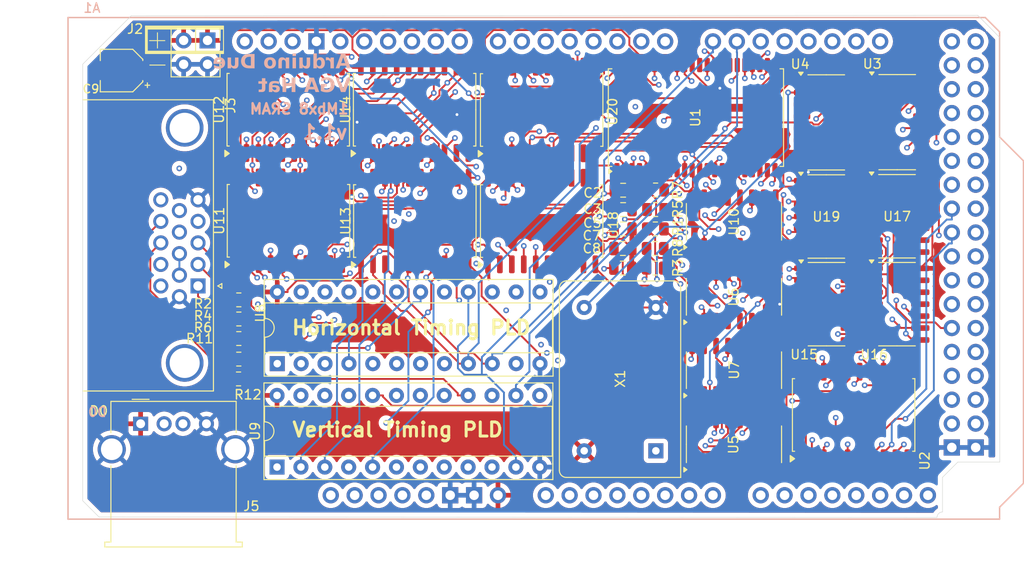
<source format=kicad_pcb>
(kicad_pcb (version 20240108) (generator "pcbnew") (generator_version "8.0")
  (layers (0 "F.Cu" signal) (1 "In1.Cu" signal) (2 "In2.Cu" signal) (31 "B.Cu" signal) (34 "B.Paste" user) (35 "F.Paste" user) (36 "B.SilkS" user "B.Silkscreen") (37 "F.SilkS" user "F.Silkscreen") (38 "B.Mask" user) (39 "F.Mask" user) (44 "Edge.Cuts" user))
  (net 0 "")
  (net 1 "PWR")
  (net 2 "Net-(U3-~{MR})")
  (net 3 "H_VISIBLE")
  (net 4 "~{H_SYNC}")
  (net 5 "V_FRONT_PORCH")
  (net 6 "~{V_SYNC}")
  (net 7 "~{V_RESET}")
  (net 8 "~{SCREEN_VISIBLE}")
  (net 11 "GND")
  (net 12 "~{V_VISIBLE}")
  (net 13 "Net-(A1-D19{slash}RX1)")
  (net 15 "Net-(A1-D18{slash}TX1)")
  (net 18 "Net-(J3-Pad2)")
  (net 21 "Net-(J3-Pad3)")
  (net 22 "Net-(J3-Pad13)")
  (net 23 "Net-(J3-Pad14)")
  (net 24 "Net-(J3-Pad1)")
  (net 27 "Net-(U2-B0)")
  (net 28 "Net-(U2-B1)")
  (net 29 "Net-(U2-B2)")
  (net 30 "Net-(U2-B3)")
  (net 31 "Net-(U2-B4)")
  (net 32 "Net-(U2-B5)")
  (net 33 "Net-(U2-B6)")
  (net 34 "Net-(U2-B7)")
  (net 35 "MEMADDR0")
  (net 36 "MEMADDR13")
  (net 37 "MEMADDR14")
  (net 39 "MEMADDR2")
  (net 40 "MEMADDR9")
  (net 41 "/MCUMEMADDR4")
  (net 43 "/MCUMEMADDR9")
  (net 44 "MEMADDR10")
  (net 45 "MEMADDR11")
  (net 46 "DATA6")
  (net 47 "MEMADDR15")
  (net 48 "MEMADDR5")
  (net 49 "MEMADDR4")
  (net 51 "/MCU CE")
  (net 53 "MEMADDR12")
  (net 55 "MEMADDR3")
  (net 57 "~{OE}")
  (net 59 "MEMADDR7")
  (net 60 "MEMADDR18")
  (net 62 "/MCUMEMADDR16")
  (net 63 "MEMADDR16")
  (net 64 "/MCUMEMADDR17")
  (net 65 "MEMADDR17")
  (net 66 "MEMADDR19")
  (net 67 "MEMADDR8")
  (net 68 "/MCUMEMADDR7")
  (net 69 "MEMADDR1")
  (net 70 "/MCUMEMADDR2")
  (net 72 "MEMADDR6")
  (net 73 "~{VGA_OUT}")
  (net 74 "A1")
  (net 75 "A2")
  (net 78 "A0")
  (net 79 "A3")
  (net 81 "Net-(U3-TC)")
  (net 82 "H_CLK")
  (net 86 "A6")
  (net 87 "A4")
  (net 88 "A5")
  (net 90 "A7")
  (net 93 "Net-(U5-TC)")
  (net 95 "A8")
  (net 96 "A9")
  (net 97 "Net-(U5-Q0)")
  (net 101 "A10")
  (net 102 "A11")
  (net 104 "A12")
  (net 106 "Net-(U6-TC)")
  (net 107 "A13")
  (net 110 "A15")
  (net 111 "A14")
  (net 122 "Net-(U10-TC)")
  (net 134 "A16")
  (net 135 "A18")
  (net 136 "A17")
  (net 138 "/MCU WE")
  (net 141 "DATA4")
  (net 142 "DATA7")
  (net 145 "/MCUMEMADDR3")
  (net 146 "/MCUMEMADDR18")
  (net 148 "/MCUMEMADDR19")
  (net 149 "/MCUMEMADDR0")
  (net 150 "/MCUMEMADDR6")
  (net 152 "/MCUMEMADDR11")
  (net 153 "/MCUMEMADDR1")
  (net 154 "~{TIMING ADDR}")
  (net 164 "Net-(U16-Pad8)")
  (net 166 "~{MCU OE}")
  (net 168 "DATA0")
  (net 203 "DATA3")
  (net 206 "/MCUMEMADDR8")
  (net 211 "/MCUMEMADDR10")
  (net 214 "/MCUMEMADDR14")
  (net 217 "/MCUMEMADDR15")
  (net 220 "DATA5")
  (net 222 "DATA1")
  (net 226 "/MCU OE")
  (net 227 "/MCUMEMADDR12")
  (net 228 "DATA2")
  (net 229 "/MCUMEMADDR13")
  (net 230 "/MCUMEMADDR5")
  (net 231 "Net-(U1-~{WE})")
  (net 232 "Net-(U11-CE)")
  (footprint "Connector_PinSocket_2.54mm:PinSocket_2x02_P2.54mm_Vertical" (layer "F.Cu") (at 42.4688 133.625)
    (property "Reference" "J2")
    (property "Value" "PWR AUX")
  )
  (footprint "Package_SO:SOP-20_7.5x12.8mm_P1.27mm" (layer "F.Cu") (at 64.4906 140.9954 90)
    (property "Reference" "U14")
    (property "Value" "74HC245")
  )
  (footprint "Connector_USB:USB_A_Molex_67643_Horizontal" (layer "F.Cu") (at 35.355 174.39)
    (property "Reference" "J5")
    (property "Value" "USB_A")
  )
  (footprint "Package_SO:SO-16_3.9x9.9mm_P1.27mm" (layer "F.Cu") (at 98.4504 152.9176 90)
    (property "Reference" "U10")
    (property "Value" "74LS161")
  )
  (footprint "Connector_Dsub:DSUB-15-HD_Female_Horizontal_P2.29x1.98mm_EdgePinOffset8.35mm_Housed_MountingHolesOffset10.89mm" (layer "F.Cu") (at 41.46 159.735 -90)
    (property "Reference" "J3")
    (property "Value" "DE15_Receptacle_HighDensity")
  )
  (footprint "Capacitor_SMD:C_0805_2012Metric" (layer "F.Cu") (at 86.6242 157.8356 180)
    (property "Reference" "C8")
    (property "Value" "560pf")
  )
  (footprint "Package_SO:SO-16_3.9x9.9mm_P1.27mm" (layer "F.Cu") (at 108.2644 142.3416)
    (property "Reference" "U4")
    (property "Value" "74LS161")
  )
  (footprint "Oscillator:Oscillator_DIP-14" (layer "F.Cu") (at 90.1446 177.2666 90)
    (property "Reference" "X1")
    (property "Value" "TCXO-14")
  )
  (footprint "Resistor_SMD:R_0805_2012Metric" (layer "F.Cu") (at 90.09 153.67)
    (property "Reference" "R1")
    (property "Value" "R470")
  )
  (footprint "Package_DIP:DIP-24_W7.62mm_Socket" (layer "F.Cu") (at 49.8856 167.9956 90)
    (property "Reference" "U8")
    (property "Value" "GAL22V10")
  )
  (footprint "Capacitor_SMD:C_0805_2012Metric" (layer "F.Cu") (at 86.6394 155.7528 180)
    (property "Reference" "C7")
    (property "Value" "560pf")
  )
  (footprint "Package_SO:SOP-20_7.5x12.8mm_P1.27mm" (layer "F.Cu") (at 51.054 140.9954 90)
    (property "Reference" "U12")
    (property "Value" "74HC245")
  )
  (footprint "arduino-library:Arduino_Due_Shield" (layer "F.Cu") (at 27.6352 184.531)
    (property "Reference" "A1")
    (property "Value" "Arduino_Due_Shield")
  )
  (footprint "Resistor_SMD:R_0805_2012Metric" (layer "F.Cu") (at 90.0684 155.7528 180)
    (property "Reference" "R8")
    (property "Value" "R1.8K")
  )
  (footprint "Package_SO:SOP-20_7.5x12.8mm_P1.27mm" (layer "F.Cu") (at 111.1758 173.454 90)
    (property "Reference" "U2")
    (property "Value" "74HC245")
  )
  (footprint "Package_SO:SO-14_3.9x8.65mm_P1.27mm" (layer "F.Cu") (at 108.269 152.3492)
    (property "Reference" "U19")
    (property "Value" "74HC14")
  )
  (footprint "Package_SO:SO-16_3.9x9.9mm_P1.27mm" (layer "F.Cu") (at 98.4504 176.5712 90)
    (property "Reference" "U5")
    (property "Value" "74LS161")
  )
  (footprint "Resistor_SMD:R_0805_2012Metric" (layer "F.Cu") (at 45.8 163.2458 180)
    (property "Reference" "R4")
    (property "Value" "R2.2K")
  )
  (footprint "Package_SO:SO-14_3.9x8.65mm_P1.27mm" (layer "F.Cu") (at 115.7844 161.671)
    (property "Reference" "U16")
    (property "Value" "74LS08")
  )
  (footprint "Resistor_SMD:R_0805_2012Metric" (layer "F.Cu") (at 45.7962 161.2138 180)
    (property "Reference" "R2")
    (property "Value" "R800")
  )
  (footprint "Capacitor_SMD:CP_Elec_4x4.5" (layer "F.Cu") (at 33.3248 136.8298 180)
    (property "Reference" "C9")
    (property "Value" "C_Small")
  )
  (footprint "Package_SO:SO-16_3.9x9.9mm_P1.27mm" (layer "F.Cu") (at 115.8082 142.3162)
    (property "Reference" "U3")
    (property "Value" "74LS161")
  )
  (footprint "Capacitor_SMD:C_0805_2012Metric" (layer "F.Cu") (at 86.6598 153.67 180)
    (property "Reference" "C5")
    (property "Value" "560pf")
  )
  (footprint "Package_SO:SO-14_3.9x8.65mm_P1.27mm" (layer "F.Cu") (at 108.2944 161.671)
    (property "Reference" "U15")
    (property "Value" "74LS32")
  )
  (footprint "Package_SO:TSOP-II-44_10.16x18.41mm_P0.8mm" (layer "F.Cu") (at 94.4062 141.8331 90)
    (property "Reference" "U1")
    (property "Value" "K6X8008T2B-TF55")
  )
  (footprint "Package_SO:SO-16_3.9x9.9mm_P1.27mm" (layer "F.Cu") (at 98.4504 160.8932 90)
    (property "Reference" "U6")
    (property "Value" "74LS161")
  )
  (footprint "Resistor_SMD:R_0805_2012Metric" (layer "F.Cu") (at 90.1154 151.6126 180)
    (property "Reference" "R5")
    (property "Value" "R470")
  )
  (footprint "Package_DIP:DIP-24_W7.62mm_Socket" (layer "F.Cu") (at 49.8602 178.9938 90)
    (property "Reference" "U9")
    (property "Value" "GAL22V10")
  )
  (footprint "Resistor_SMD:R_0805_2012Metric" (layer "F.Cu") (at 90.1173 149.5298 180)
    (property "Reference" "R7")
    (property "Value" "R470")
  )
  (footprint "Capacitor_SMD:C_0805_2012Metric" (layer "F.Cu") (at 86.6648 151.6126 180)
    (property "Reference" "C3")
    (property "Value" "560pf")
  )
  (footprint "Package_SO:SOP-20_7.5x12.8mm_P1.27mm" (layer "F.Cu") (at 78.0034 152.8344 90)
    (property "Reference" "U18")
    (property "Value" "74HC245")
  )
  (footprint "Resistor_SMD:R_0805_2012Metric" (layer "F.Cu") (at 45.7943 167.513)
    (property "Reference" "R11")
    (property "Value" "R100")
  )
  (footprint "Package_SO:SOP-20_7.5x12.8mm_P1.27mm" (layer "F.Cu") (at 64.516 152.8318 90)
    (property "Reference" "U13")
    (property "Value" "74HC245")
  )
  (footprint "Package_SO:SO-14_3.9x8.65mm_P1.27mm" (layer "F.Cu") (at 115.7844 152.3238)
    (property "Reference" "U17")
    (property "Value" "74HC00")
  )
  (footprint "Package_SO:SOP-20_7.5x12.8mm_P1.27mm" (layer "F.Cu") (at 51.0794 152.8064 90)
    (property "Reference" "U11")
    (property "Value" "74HC245")
  )
  (footprint "Capacitor_SMD:C_0805_2012Metric" (layer "F.Cu") (at 86.6648 149.5552 180)
    (property "Reference" "C2")
    (property "Value" "560pf")
  )
  (footprint "Resistor_SMD:R_0805_2012Metric" (layer "F.Cu") (at 45.7962 165.3286 180)
    (property "Reference" "R6")
    (property "Value" "R1.2K")
  )
  (footprint "Package_SO:SOP-20_7.5x12.8mm_P1.27mm" (layer "F.Cu") (at 78.0034 141.0234 90)
    (property "Reference" "U20")
    (property "Value" "74HC245")
  )
  (footprint "Resistor_SMD:R_0805_2012Metric" (layer "F.Cu") (at 45.7689 169.6212)
    (property "Reference" "R12")
    (property "Value" "R100")
  )
  (footprint "Resistor_SMD:R_0805_2012Metric" (layer "F.Cu") (at 90.0665 157.8356 180)
    (property "Reference" "R3")
    (property "Value" "R1.8K")
  )
  (footprint "Package_SO:SO-16_3.9x9.9mm_P1.27mm" (layer "F.Cu") (at 98.4504 168.691 90)
    (property "Reference" "U7")
    (property "Value" "74LS161")
  )
  (gr_rect (start 35.9933 132.4724) (end 36.0683 134.7224) (stroke (width 0.1)) (fill none) (layer "F.SilkS"))
  (gr_rect (start 36.0433 132.1474) (end 44.0933 132.2224) (stroke (width 0.1)) (fill none) (layer "F.SilkS"))
  (gr_rect (start 35.8683 132.0974) (end 35.9433 135.0224) (stroke (width 0.1)) (fill none) (layer "F.SilkS"))
  (gr_line (start 36.3051 133.6474) (end 37.9307 133.6474) (stroke (width 0.1)) (layer "F.SilkS"))
  (gr_rect (start 35.9433 132.0974) (end 44.1683 135.0224) (stroke (width 0.1)) (fill none) (layer "F.SilkS"))
  (gr_rect (start 36.0433 132.2224) (end 44.0933 132.2974) (stroke (width 0.1)) (fill none) (layer "F.SilkS"))
  (gr_rect (start 36.0183 134.8974) (end 44.1183 134.9724) (stroke (width 0.1)) (fill none) (layer "F.SilkS"))
  (gr_rect (start 35.9933 134.7724) (end 44.1183 134.8224) (stroke (width 0.1)) (fill none) (layer "F.SilkS"))
  (gr_line (start 36.3305 136.2474) (end 37.9561 136.2474) (stroke (width 0.1)) (layer "F.SilkS"))
  (gr_rect (start 35.9933 132.3474) (end 44.0933 132.4224) (stroke (width 0.1)) (fill none) (layer "F.SilkS"))
  (gr_line (start 37.1433 134.4348) (end 37.1433 132.8092) (stroke (width 0.1)) (layer "F.SilkS"))
  (gr_line (start 30.925 184.3) (end 120.0404 184.3532) (stroke (width 0.05)) (layer "Edge.Cuts"))
  (gr_line (start 120.6246 180.086) (end 120.6246 183.769) (stroke (width 0.05)) (layer "Edge.Cuts"))
  (gr_line (start 29.2 182.5812) (end 30.925 184.3) (stroke (width 0.05)) (layer "Edge.Cuts"))
  (gr_line (start 31.3944 133.9596) (end 34.3408 131.0132) (stroke (width 0.05)) (layer "Edge.Cuts"))
  (gr_line (start 126.7206 178.4604) (end 122.2502 178.4604) (stroke (width 0.05)) (layer "Edge.Cuts"))
  (gr_line (start 29.2 136.15) (end 29.2 182.5812) (stroke (width 0.05)) (layer "Edge.Cuts"))
  (gr_line (start 34.3408 131.0132) (end 124.3838 130.9624) (stroke (width 0.05)) (layer "Edge.Cuts"))
  (gr_line (start 29.2 136.15) (end 31.3944 133.9596) (stroke (width 0.05)) (layer "Edge.Cuts"))
  (gr_line (start 122.2502 178.4604) (end 120.6246 180.086) (stroke (width 0.05)) (layer "Edge.Cuts"))
  (gr_line (start 126.7206 178.4604) (end 126.7206 133.3246) (stroke (width 0.05)) (layer "Edge.Cuts"))
  (gr_line (start 124.3838 130.9624) (end 126.7206 133.3246) (stroke (width 0.05)) (layer "Edge.Cuts"))
  (gr_arc (start 120.0404 184.3532) (mid 120.211508 183.940108) (end 120.6246 183.769) (stroke (width 0.05)) (layer "Edge.Cuts"))
  (gr_text "1Mbx8 SRAM" (at 57.588208 141.5542 -0) (layer "B.SilkS") (effects (font (size 1.1 1.1) (thickness 0.25) (bold yes)) (justify left bottom mirror)))
  (gr_text "v1.1" (at 57.512008 144.272 0) (layer "B.SilkS") (effects (font (size 1.5 1.5) (thickness 0.3) (bold yes)) (justify left bottom mirror)))
  (gr_text "Arduino Due\nVGA Hat" (at 57.7088 139.3698 -0) (layer "B.SilkS") (effects (font (size 1.5 1.5) (thickness 0.3) (bold yes)) (justify left bottom mirror)))
  (gr_text "Horizontal Timing PLD" (at 51.2826 165.0492 0) (layer "F.SilkS") (effects (font (size 1.5 1.5) (thickness 0.32) (bold yes)) (justify left bottom)))
  (gr_text "Vertical Timing PLD" (at 51.3334 175.895 0) (layer "F.SilkS") (effects (font (size 1.5 1.5) (thickness 0.32) (bold yes)) (justify left bottom)))
  (segment (start 117.7353 138.5191) (end 118.3832 137.8712) (width 0.2) (layer "F.Cu") (net 1))
  (segment (start 38.7787 133.625) (end 35.5739 136.8298) (width 0.2) (layer "F.Cu") (net 1))
  (segment (start 88.3754 135.1719) (end 89.2062 135.1719) (width 0.2) (layer "F.Cu") (net 1))
  (segment (start 93.8953 167.5169) (end 94.0054 167.4068) (width 0.2) (layer "F.Cu") (net 1))
  (segment (start 101.6254 150.3426) (end 101.6254 155.4926) (width 0.2) (layer "F.Cu") (net 1))
  (segment (start 114.2088 142.3074) (end 112.3601 142.3074) (width 0.2) (layer "F.Cu") (net 1))
  (segment (start 86.5582 154.7216) (end 87.5894 155.7528) (width 0.2) (layer "F.Cu") (net 1))
  (segment (start 58.801 158.0495) (end 58.801 157.4318) (width 0.2) (layer "F.Cu") (net 1))
  (segment (start 118.2594 146.885) (end 118.2594 148.5138) (width 0.2) (layer "F.Cu") (net 1))
  (segment (start 117.6308 158.4896) (end 118.2594 157.861) (width 0.2) (layer "F.Cu") (net 1))
  (segment (start 60.5619 155.3534) (end 58.801 157.1143) (width 0.2) (layer "F.Cu") (net 1))
  (segment (start 109.9156 143.6116) (end 108.964 144.5632) (width 0.2) (layer "F.Cu") (net 1))
  (segment (start 45.3644 145.6208) (end 45.339 145.5954) (width 0.2) (layer "F.Cu") (net 1))
  (segment (start 105.4608 168.854) (end 104.7121 168.1053) (width 0.2) (layer "F.Cu") (net 1))
  (segment (start 58.7756 135.4749) (end 58.7756 136.3954) (width 0.2) (layer "F.Cu") (net 1))
  (segment (start 108.964 145.5166) (end 110.234 146.7866) (width 0.2) (layer "F.Cu") (net 1))
  (segment (start 87.6148 151.6126) (end 87.6148 150.5839) (width 0.2) (layer "F.Cu") (net 1))
  (segment (start 101.6254 161.8282) (end 101.6254 163.4682) (width 0.2) (layer "F.Cu") (net 1))
  (segment (start 112.0364 143.3059) (end 111.7307 143.6116) (width 0.2) (layer "F.Cu") (net 1))
  (segment (start 103.7011 147.2409) (end 103.7011 149.1742) (width 0.2) (layer "F.Cu") (net 1))
  (segment (start 71.9654 133.4355) (end 72.8776 132.5233) (width 0.2) (layer "F.Cu") (net 1))
  (segment (start 45.3644 148.2064) (end 45.3644 157.4064) (width 0.2) (layer "F.Cu") (net 1))
  (segment (start 101.3138 155.8042) (end 101.6254 155.4926) (width 0.2) (layer "F.Cu") (net 1))
  (segment (start 71.0749 132.545) (end 71.9654 133.4355) (width 0.2) (layer "F.Cu") (net 1))
  (segment (start 57.8786 133.3334) (end 57.8786 134.5779) (width 0.2) (layer "F.Cu") (net 1))
  (segment (start 71.8546 153.8819) (end 70.6405 155.096) (width 0.2) (layer "F.Cu") (net 1))
  (segment (start 94.9827 156.9054) (end 100.9025 156.9054) (width 0.2) (layer "F.Cu") (net 1))
  (segment (start 94.8062 136.2456) (end 94.8062 135.6562) (width 0.2) (layer "F.Cu") (net 1))
  (segment (start 102.8954 160.5582) (end 101.6254 161.8282) (width 0.2) (layer "F.Cu") (net 1))
  (segment (start 111.4619 138.5191) (end 114.4266 138.5191) (width 0.2) (layer "F.Cu") (net 1))
  (segment (start 110.109 149.1742) (end 103.7011 149.1742) (width 0.2) (layer "F.Cu") (net 1))
  (segment (start 86.5041 132.5233) (end 87.3252 133.3444) (width 0.2) (layer "F.Cu") (net 1))
  (segment (start 93.681 149.6599) (end 93.681 150.0182) (width 0.2) (layer "F.Cu") (net 1))
  (segment (start 114.4266 138.5191) (end 117.7353 138.5191) (width 0.2) (layer "F.Cu") (net 1))
  (segment (start 44.3746 135.431) (end 44.3746 133.625) (width 0.2) (layer "F.Cu") (net 1))
  (segment (start 93.1839 149.6599) (end 93.681 149.6599) (width 0.2) (layer "F.Cu") (net 1))
  (segment (start 94.0054 155.4926) (end 94.0054 150.3426) (width 0.2) (layer "F.Cu") (net 1))
  (segment (start 101.6254 177.3842) (end 95.1496 177.3842) (width 0.2) (layer "F.Cu") (net 1))
  (segment (start 45.3644 148.2064) (end 45.3644 145.6208) (width 0.2) (layer "F.Cu") (net 1))
  (segment (start 113.2332 145.4912) (end 113.834 146.092) (width 0.2) (layer "F.Cu") (net 1))
  (segment (start 94.0054 158.3182) (end 94.0054 157.8827) (width 0.2) (layer "F.Cu") (net 1))
  (segment (start 112.0364 142.6311) (end 112.0364 143.3059) (width 0.2) (layer "F.Cu") (net 1))
  (segment (start 87.6148 150.5839) (end 87.6148 149.5552) (width 0.2) (layer "F.Cu") (net 1))
  (segment (start 110.234 146.7866) (end 110.8394 146.7866) (width 0.2) (layer "F.Cu") (net 1))
  (segment (start 111.4874 146.1386) (end 112.5858 146.1386) (width 0.2) (layer "F.Cu") (net 1))
  (segment (start 95.1496 177.3842) (end 94.0054 176.24) (width 0.2) (layer "F.Cu") (net 1))
  (segment (start 112.3601 142.3074) (end 112.0364 142.6311) (width 0.2) (layer "F.Cu") (net 1))
  (segment (start 93.681 150.0182) (end 94.0054 150.3426) (width 0.2) (layer "F.Cu") (net 1))
  (segment (start 63.2916 150.6865) (end 69.8363 150.6865) (width 0.2) (layer "F.Cu") (net 1))
  (segment (start 102.8954 165.3132) (end 101.6254 164.0432) (width 0.2) (layer "F.Cu") (net 1))
  (segment (start 48.0161 160.3756) (end 45.3644 157.7239) (width 0.2) (layer "F.Cu") (net 1))
  (segment (start 89.2062 135.1719) (end 89.2062 136.2456) (width 0.2) (layer "F.Cu") (net 1))
  (segment (start 101.6254 173.9962) (end 101.6254 177.3842) (width 0.2) (layer "F.Cu") (net 1))
  (segment (start 71.9654 136.1004) (end 71.9654 133.4355) (width 0.2) (layer "F.Cu") (net 1))
  (segment (start 108.964 145.5166) (end 105.6894 145.5166) (width 0.2) (layer "F.Cu") (net 1))
  (segment (start 94.0054 176.24) (end 94.0054 173.9962) (width 0.2) (layer "F.Cu") (net 1))
  (segment (start 72.8776 132.5233) (end 86.5041 132.5233) (width 0.2) (layer "F.Cu") (net 1))
  (segment (start 102.8954 150.3426) (end 101.6254 150.3426) (width 0.2) (layer "F.Cu") (net 1))
  (segment (start 83.3114 152.339) (end 83.3114 153.8819) (width 0.2) (layer "F.Cu") (net 1))
  (segment (start 110.744 148.5392) (end 110.109 149.1742) (width 0.2) (layer "F.Cu") (net 1))
  (segment (start 49.9005 160.3756) (end 50.9857 160.3756) (width 0.2) (layer "F.Cu") (net 1))
  (segment (start 84.3822 154.9527) (end 84.9542 154.9527) (width 0.2) (layer "F.Cu") (net 1))
  (segment (start 114.4266 138.5191) (end 114.4266 142.0896) (width 0.2) (layer "F.Cu") (net 1))
  (segment (start 113.834 146.092) (end 117.4664 146.092) (width 0.2) (layer "F.Cu") (net 1))
  (segment (start 102.8954 149.9799) (end 102.8954 150.3426) (width 0.2) (layer "F.Cu") (net 1))
  (segment (start 112.5858 146.1386) (end 113.2332 145.4912) (width 0.2) (layer "F.Cu") (net 1))
  (segment (start 57.0796 132.5344) (end 57.8786 133.3334) (width 0.2) (layer "F.Cu") (net 1))
  (segment (start 94.0054 167.4068) (end 94.0054 166.116) (width 0.2) (layer "F.Cu") (net 1))
  (segment (start 85.0665 150.5839) (end 83.3114 152.339) (width 0.2) (layer "F.Cu") (net 1))
  (segment (start 49.9005 160.3756) (end 49.8856 160.3756) (width 0.2) (layer "F.Cu") (net 1))
  (segment (start 94.9827 156.9054) (end 94.0054 155.9281) (width 0.2) (layer "F.Cu") (net 1))
  (segment (start 87.6148 149.5552) (end 88.6638 148.5062) (width 0.2) (layer "F.Cu") (net 1))
  (segment (start 87.5742 155.768) (end 87.5742 157.8356) (width 0.2) (layer "F.Cu") (net 1))
  (segment (start 43.0439 133.625) (end 43.133 133.625) (width 0.2) (layer "F.Cu") (net 1))
  (segment (start 101.6254 164.0432) (end 101.6254 163.4682) (width 0.2) (layer "F.Cu") (net 1))
  (segment (start 43.376 133.625) (end 44.3746 133.625) (width 0.2) (layer "F.Cu") (net 1))
  (segment (start 45.4652 132.5344) (end 57.0796 132.5344) (width 0.2) (layer "F.Cu") (net 1))
  (segment (start 94.0824 147.4968) (end 94.0062 147.4206) (width 0.2) (layer "F.Cu") (net 1))
  (segment (start 94.3219 135.1719) (end 89.2062 135.1719) (width 0.2) (layer "F.Cu") (net 1))
  (segment (start 84.9542 154.9527) (end 85.1853 154.7216) (width 0.2) (layer "F.Cu") (net 1))
  (segment (start 101.3138 156.4941) (end 102.8954 158.0757) (width 0.2) (layer "F.Cu") (net 1))
  (segment (start 103.7011 149.1742) (end 102.8954 149.9799) (width 0.2) (layer "F.Cu") (net 1))
  (segment (start 51.9681 159.1652) (end 57.6853 159.1652) (width 0.2) (layer "F.Cu") (net 1))
  (segment (start 58.801 145.6208) (end 58.801 148.2318) (width 0.2) (layer "F.Cu") (net 1))
  (segment (start 94.0054 155.9281) (end 94.0054 155.4926) (width 0.2) (layer "F.Cu") (net 1))
  (segment (start 114.4266 142.0896) (end 114.2088 142.3074) (width 0.2) (layer "F.Cu") (net 1))
  (segment (start 70.6405 155.3534) (end 70.6405 155.7865) (width 0.2) (layer "F.Cu") (net 1))
  (segment (start 104.4855 167.7061) (end 102.8954 166.116) (width 0.2) (layer "F.Cu") (net 1))
  (segment (start 39.9288 133.625) (end 38.7787 133.625) (width 0.2) (layer "F.Cu") (net 1))
  (segment (start 72.2884 148.2344) (end 72.2884 145.6234) (width 0.2) (layer "F.Cu") (net 1))
  (segment (start 105.3771 177.9703) (end 101.6254 177.9703) (width 0.2) (layer "F.Cu") (net 1))
  (segment (start 43.133 133.625) (end 43.376 133.625) (width 0.2) (layer "F.Cu") (net 1))
  (segment (start 45.3644 157.7239) (end 45.3644 157.4064) (width 0.2) (layer "F.Cu") (net 1))
  (segment (start 100.9025 156.9054) (end 101.3138 156.4941) (width 0.2) (layer "F.Cu") (net 1))
  (segment (start 93.681 149.6599) (end 94.0824 149.2585) (width 0.2) (layer "F.Cu") (net 1))
  (segment (start 58.801 157.1143) (end 58.801 157.4318) (width 0.2) (layer "F.Cu") (net 1))
  (segment (start 105.4608 178.054) (end 105.3771 177.9703) (width 0.2) (layer "F.Cu") (net 1))
  (segment (start 87.6098 153.67) (end 86.5582 154.7216) (width 0.2) (layer "F.Cu") (net 1))
  (segment (start 94.0824 149.2585) (end 94.0824 147.4968) (width 0.2) (layer "F.Cu") (net 1))
  (segment (start 108.964 144.5632) (end 108.964 145.5166) (width 0.2) (layer "F.Cu") (net 1))
  (segment (start 92.0302 148.5062) (end 93.1839 149.6599) (width 0.2) (layer "F.Cu") (net 1))
  (segment (start 58.7756 145.5954) (end 58.801 145.6208) (width 0.2) (layer "F.Cu") (net 1))
  (segment (start 111.7307 143.6116) (end 109.9156 143.6116) (width 0.2) (layer "F.Cu") (net 1))
  (segment (start 85.1853 154.7216) (end 86.5582 154.7216) (width 0.2) (layer "F.Cu") (net 1))
  (segment (start 101.6254 177.9703) (end 101.6254 179.1462) (width 0.2) (layer "F.Cu") (net 1))
  (segment (start 102.8954 173.9962) (end 101.6254 173.9962) (width 0.2) (layer "F.Cu") (net 1))
  (segment (start 57.8144 150.2678) (end 58.287 150.7404) (width 0.2) (layer "F.Cu") (net 1))
  (segment (start 118.6319 148.5138) (end 119.5501 149.432) (width 0.2) (layer "F.Cu") (net 1))
  (segment (start 70.6405 155.3534) (end 60.5619 155.3534) (width 0.2) (layer "F.Cu") (net 1))
  (segment (start 35.5739 136.8298) (end 35.1248 136.8298) (width 0.2) (layer "F.Cu") (net 1))
  (segment (start 102.8954 158.0757) (end 102.8954 158.3182) (width 0.2) (layer "F.Cu") (net 1))
  (segment (start 117.4664 146.092) (end 118.2594 146.885) (width 0.2) (layer "F.Cu") (net 1))
  (segment (start 72.2884 136.4234) (end 71.9654 136.1004) (width 0.2) (layer "F.Cu") (net 1))
  (segment (start 58.667 132.545) (end 71.0749 132.545) (width 0.2) (layer "F.Cu") (net 1))
  (segment (start 42.4688 133.625) (end 43.0439 133.625) (width 0.2) (layer "F.Cu") (net 1))
  (segment (start 45.339 136.3954) (end 44.3746 135.431) (width 0.2) (layer "F.Cu") (net 1))
  (segment (start 110.8394 137.8966) (end 111.4619 138.5191) (width 0.2) (layer "F.Cu") (net 1))
  (segment (start 83.3114 153.8819) (end 84.3822 154.9527) (width 0.2) (layer "F.Cu") (net 1))
  (segment (start 104.4855 168.1053) (end 104.4855 167.7061) (width 0.2) (layer "F.Cu") (net 1))
  (segment (start 101.3138 156.4941) (end 101.3138 155.8042) (width 0.2) (layer "F.Cu") (net 1))
  (segment (start 49.8856 160.3756) (end 48.0161 160.3756) (width 0.2) (layer "F.Cu") (net 1))
  (segment (start 105.6894 145.5166) (end 105.4254 145.5166) (width 0.2) (layer "F.Cu") (net 1))
  (segment (start 104.7121 168.1053) (end 104.4855 168.1053) (width 0.2) (layer "F.Cu") (net 1))
  (segment (start 58.801 148.2318) (end 57.8144 149.2184) (width 0.2) (layer "F.Cu") (net 1))
  (segment (start 69.8363 150.6865) (end 72.2884 148.2344) (width 0.2) (layer "F.Cu") (net 1))
  (segment (start 101.6254 177.3842) (end 101.6254 177.9703) (width 0.2) (layer "F.Cu") (net 1))
  (segment (start 57.8786 133.3334) (end 58.667 132.545) (width 0.2) (layer "F.Cu") (net 1))
  (segment (start 110.8394 146.7866) (end 111.4874 146.1386) (width 0.2) (layer "F.Cu") (net 1))
  (segment (start 57.6853 159.1652) (end 58.801 158.0495) (width 0.2) (layer "F.Cu") (net 1))
  (segment (start 87.3252 134.1217) (end 88.3754 135.1719) (width 0.2) (layer "F.Cu") (net 1))
  (segment (start 111.398 158.4896) (end 117.6308 158.4896) (width 0.2) (layer "F.Cu") (net 1))
  (segment (start 87.5894 155.7528) (end 87.5742 155.768) (width 0.2) (layer "F.Cu") (net 1))
  (segment (start 110.7694 157.861) (end 111.398 158.4896) (width 0.2) (layer "F.Cu") (net 1))
  (segment (start 44.3746 133.625) (end 45.4652 132.5344) (width 0.2) (layer "F.Cu") (net 1))
  (segment (start 118.2594 148.5138) (end 118.6319 148.5138) (width 0.2) (layer "F.Cu") (net 1))
  (segment (start 50.9857 160.1476) (end 51.9681 159.1652) (width 0.2) (layer "F.Cu") (net 1))
  (segment (start 101.6254 170.9654) (end 101.6254 171.266) (width 0.2) (layer "F.Cu") (net 1))
  (segment (start 105.4254 145.5166) (end 103.7011 147.2409) (width 0.2) (layer "F.Cu") (net 1))
  (segment (start 70.6405 155.096) (end 70.6405 155.3534) (width 0.2) (layer "F.Cu") (net 1))
  (segment (start 104.4855 168.1053) (end 101.6254 170.9654) (width 0.2) (layer "F.Cu") (net 1))
  (segment (start 83.3114 153.8819) (end 71.8546 153.8819) (width 0.2) (layer "F.Cu") (net 1))
  (segment (start 45.339 145.5954) (end 45.339 136.3954) (width 0.2) (layer "F.Cu") (net 1))
  (segment (start 70.6405 155.7865) (end 72.2884 157.4344) (width 0.2) (layer "F.Cu") (net 1))
  (segment (start 58.287 150.7404) (end 63.2377 150.7404) (width 0.2) (layer "F.Cu") (net 1))
  (segment (start 94.0054 157.8827) (end 94.9827 156.9054) (width 0.2) (layer "F.Cu") (net 1))
  (segment (start 102.8954 166.116) (end 102.8954 165.3132) (width 0.2) (layer "F.Cu") (net 1))
  (segment (start 119.5501 149.432) (end 119.5501 156.5703) (width 0.2) (layer "F.Cu") (net 1))
  (segment (start 63.2377 150.7404) (end 63.2916 150.6865) (width 0.2) (layer "F.Cu") (net 1))
  (segment (start 88.6638 148.5062) (end 92.0302 148.5062) (width 0.2) (layer "F.Cu") (net 1))
  (segment (start 102.8954 158.3182) (end 102.8954 160.5582) (width 0.2) (layer "F.Cu") (net 1))
  (segment (start 87.6148 150.5839) (end 85.0665 150.5839) (width 0.2) (layer "F.Cu") (net 1))
  (segment (start 50.9857 160.3756) (end 50.9857 160.1476) (width 0.2) (layer "F.Cu") (net 1))
  (segment (start 94.8062 135.6562) (end 94.3219 135.1719) (width 0.2) (layer "F.Cu") (net 1))
  (segment (start 87.3252 133.3444) (end 87.3252 134.1217) (width 0.2) (layer "F.Cu") (net 1))
  (segment (start 119.5501 156.5703) (end 118.2594 157.861) (width 0.2) (layer "F.Cu") (net 1))
  (segment (start 101.6254 171.266) (end 101.6254 173.9962) (width 0.2) (layer "F.Cu") (net 1))
  (segment (start 57.8144 149.2184) (end 57.8144 150.2678) (width 0.2) (layer "F.Cu") (net 1))
  (segment (start 118.3832 146.7612) (end 118.2594 146.885) (width 0.2) (layer "F.Cu") (net 1))
  (segment (start 57.8786 134.5779) (end 58.7756 135.4749) (width 0.2) (layer "F.Cu") (net 1))
  (via (at 57.8144 150.2678) (size 0.6) (drill 0.3) (layers "F.Cu" "B.Cu") (net 1))
  (via (at 93.8953 167.5169) (size 0.6) (drill 0.3) (layers "F.Cu" "B.Cu") (net 1))
  (segment (start 95.2754 171.527) (end 95.2754 171.266) (width 0.2) (layer "F.Cu") (net 2))
  (segment (start 95.2754 162.2728) (end 95.2754 163.4682) (width 0.2) (layer "F.Cu") (net 2))
  (segment (start 94.9973 161.9947) (end 95.2754 162.2728) (width 0.2) (layer "F.Cu") (net 2))
  (segment (start 93.3852 177.0135) (end 93.3852 173.0193) (width 0.2) (layer "F.Cu") (net 2))
  (segment (start 112.6463 137.2843) (end 106.3017 137.2843) (width 0.2) (layer "F.Cu") (net 2))
  (segment (start 106.3017 137.2843) (end 105.6894 137.8966) (width 0.2) (layer "F.Cu") (net 2))
  (segment (start 94.6062 170.5968) (end 95.2754 171.266) (width 0.2) (layer "F.Cu") (net 2))
  (segment (start 100.6842 141.8081) (end 91.3586 141.8081) (width 0.2) (layer "F.Cu") (net 2))
  (segment (start 91.3586 141.8081) (end 90.9941 142.1726) (width 0.2) (layer "F.Cu") (net 2))
  (segment (start 105.6894 137.8966) (end 104.5957 137.8966) (width 0.2) (layer "F.Cu") (net 2))
  (segment (start 93.3852 173.0193) (end 93.7734 172.6311) (width 0.2) (layer "F.Cu") (net 2))
  (segment (start 104.5957 137.8966) (end 100.6842 141.8081) (width 0.2) (layer "F.Cu") (net 2))
  (segment (start 94.6062 164.1374) (end 94.6062 170.5968) (width 0.2) (layer "F.Cu") (net 2))
  (segment (start 94.1713 172.6311) (end 95.2754 171.527) (width 0.2) (layer "F.Cu") (net 2))
  (segment (start 93.7734 172.6311) (end 94.1713 172.6311) (width 0.2) (layer "F.Cu") (net 2))
  (segment (start 95.2754 163.4682) (end 94.6062 164.1374) (width 0.2) (layer "F.Cu") (net 2))
  (segment (start 95.2754 178.9037) (end 93.3852 177.0135) (width 0.2) (layer "F.Cu") (net 2))
  (segment (start 113.2332 137.8712) (end 112.6463 137.2843) (width 0.2) (layer "F.Cu") (net 2))
  (segment (start 95.2754 179.1462) (end 95.2754 178.9037) (width 0.2) (layer "F.Cu") (net 2))
  (via (at 90.9941 142.1726) (size 0.6) (drill 0.3) (layers "F.Cu" "B.Cu") (net 2))
  (via (at 94.9973 161.9947) (size 0.6) (drill 0.3) (layers "F.Cu" "B.Cu") (net 2))
  (segment (start 84.6497 149.9059) (end 85.3641 149.9059) (width 0.2) (layer "F.Cu") (net 3))
  (segment (start 85.3641 149.9059) (end 85.7148 149.5552) (width 0.2) (layer "F.Cu") (net 3))
  (via (at 84.6497 149.9059) (size 0.6) (drill 0.3) (layers "F.Cu" "B.Cu") (net 3))
  (segment (start 96.2152 133.731) (end 96.2152 134.8947) (width 0.2) (layer "B.Cu") (net 3))
  (segment (start 71.6399 167.3013) (end 71.6399 169.1771) (width 0.2) (layer "B.Cu") (net 3))
  (segment (start 71.6399 169.1771) (end 72.0996 169.1771) (width 0.2) (layer "B.Cu") (net 3))
  (segment (start 70.2056 160.3756) (end 70.2056 165.0456) (width 0.2) (layer "B.Cu") (net 3))
  (segment (start 75.2602 178.9938) (end 75.2602 177.8937) (width 0.2) (layer "B.Cu") (net 3))
  (segment (start 76.7254 157.8302) (end 76.7254 162.2158) (width 0.2) (layer "B.Cu") (net 3))
  (segment (start 69.7825 169.1771) (end 71.6399 169.1771) (width 0.2) (layer "B.Cu") (net 3))
  (segment (start 73.9902 171.0677) (end 73.9902 176.6237) (width 0.2) (layer "B.Cu") (net 3))
  (segment (start 96.1057 134.8947) (end 84.6497 146.3507) (width 0.2) (layer "B.Cu") (net 3))
  (segment (start 73.9902 176.6237) (end 75.2602 177.8937) (width 0.2) (layer "B.Cu") (net 3))
  (segment (start 69.0925 168.4871) (end 69.7825 169.1771) (width 0.2) (layer "B.Cu") (net 3))
  (segment (start 76.7254 162.2158) (end 71.6399 167.3013) (width 0.2) (layer "B.Cu") (net 3))
  (segment (start 70.2056 165.0456) (end 69.0925 166.1587) (width 0.2) (layer "B.Cu") (net 3))
  (segment (start 69.0925 166.1587) (end 69.0925 168.4871) (width 0.2) (layer "B.Cu") (net 3))
  (segment (start 84.6497 146.3507) (end 84.6497 149.9059) (width 0.2) (layer "B.Cu") (net 3))
  (segment (start 72.0996 169.1771) (end 73.9902 171.0677) (width 0.2) (layer "B.Cu") (net 3))
  (segment (start 96.2152 134.8947) (end 96.1057 134.8947) (width 0.2) (layer "B.Cu") (net 3))
  (segment (start 84.6497 149.9059) (end 76.7254 157.8302) (width 0.2) (layer "B.Cu") (net 3))
  (segment (start 84.9876 152.3398) (end 84.1591 152.3398) (width 0.2) (layer "F.Cu") (net 4))
  (segment (start 46.7068 167.513) (end 47.89 166.3298) (width 0.2) (layer "F.Cu") (net 4))
  (segment (start 85.7148 151.6126) (end 84.9876 152.3398) (width 0.2) (layer "F.Cu") (net 4))
  (segment (start 47.89 166.3298) (end 59.5207 166.3298) (width 0.2) (layer "F.Cu") (net 4))
  (via (at 59.5207 166.3298) (size 0.6) (drill 0.3) (layers "F.Cu" "B.Cu") (net 4))
  (via (at 84.1591 152.3398) (size 0.6) (drill 0.3) (layers "F.Cu" "B.Cu") (net 4))
  (via (at 78.8581 159.3004) (size 0.6) (drill 0.3) (layers "F.Cu" "B.Cu") (net 4))
  (segment (start 65.1256 160.3756) (end 65.1256 161.4757) (width 0.2) (layer "B.Cu") (net 4))
  (segment (start 64.3748 161.4757) (end 65.1256 161.4757) (width 0.2) (layer "B.Cu") (net 4))
  (segment (start 59.5207 166.3298) (end 64.3748 161.4757) (width 0.2) (layer "B.Cu") (net 4))
  (segment (start 85.7098 153.67) (end 85.3882 153.67) (width 0.2) (layer "F.Cu") (net 6))
  (segment (start 69.0801 171.1459) (end 69.0801 171.3738) (width 0.2) (layer "F.Cu") (net 6))
  (segment (start 67.5554 169.6212) (end 69.0801 171.1459) (width 0.2) (layer "F.Cu") (net 6))
  (segment (start 46.6814 169.6212) (end 67.5554 169.6212) (width 0.2) (layer "F.Cu") (net 6))
  (segment (start 85.3882 153.67) (end 84.7056 154.3526) (width 0.2) (layer "F.Cu") (net 6))
  (segment (start 70.1802 171.3738) (end 69.0801 171.3738) (width 0.2) (layer "F.Cu") (net 6))
  (via (at 79.718 167.6627) (size 0.6) (drill 0.3) (layers "F.Cu" "B.Cu") (net 6))
  (via (at 84.7056 154.3526) (size 0.6) (drill 0.3) (layers "F.Cu" "B.Cu") (net 6))
  (segment (start 92.7957 172.4757) (end 94.0054 171.266) (width 0.2) (layer "F.Cu") (net 7))
  (segment (start 86.6242 158.4459) (end 87.8842 159.7059) (width 0.2) (layer "F.Cu") (net 7))
  (segment (start 93.2585 170.5191) (end 94.0054 171.266) (width 0.2) (layer "F.Cu") (net 7))
  (segment (start 94.0054 163.4682) (end 93.3685 163.4682) (width 0.2) (layer "F.Cu") (net 7))
  (segment (start 87.8842 159.7059) (end 89.3862 159.7059) (width 0.2) (layer "F.Cu") (net 7))
  (segment (start 60.0202 171.3738) (end 61.1203 171.3738) (width 0.2) (layer "F.Cu") (net 7))
  (segment (start 61.1203 171.3738) (end 61.1203 171.5113) (width 0.2) (layer "F.Cu") (net 7))
  (segment (start 93.3685 163.4682) (end 93.2585 163.5782) (width 0.2) (layer "F.Cu") (net 7))
  (segment (start 89.3862 159.7059) (end 93.2585 163.5782) (width 0.2) (layer "F.Cu") (net 7))
  (segment (start 62.0847 172.4757) (end 92.7957 172.4757) (width 0.2) (layer "F.Cu") (net 7))
  (segment (start 92.7957 177.9365) (end 94.0054 179.1462) (width 0.2) (layer "F.Cu") (net 7))
  (segment (start 93.2585 163.5782) (end 93.2585 170.5191) (width 0.2) (layer "F.Cu") (net 7))
  (segment (start 61.1203 171.5113) (end 62.0847 172.4757) (width 0.2) (layer "F.Cu") (net 7))
  (segment (start 85.6894 155.7528) (end 86.6242 156.6876) (width 0.2) (layer "F.Cu") (net 7))
  (segment (start 86.6242 156.6876) (end 86.6242 158.4459) (width 0.2) (layer "F.Cu") (net 7))
  (segment (start 92.7957 172.4757) (end 92.7957 177.9365) (width 0.2) (layer "F.Cu") (net 7))
  (segment (start 105.5732 158.8848) (end 105.8194 159.131) (width 0.2) (layer "F.Cu") (net 8))
  (segment (start 84.6368 157.9071) (end 84.7083 157.8356) (width 0.2) (layer "F.Cu") (net 8))
  (segment (start 84.7083 157.8356) (end 85.6742 157.8356) (width 0.2) (layer "F.Cu") (net 8))
  (segment (start 104.3368 158.8848) (end 105.5732 158.8848) (width 0.2) (layer "F.Cu") (net 8))
  (via (at 104.3368 158.8848) (size 0.6) (drill 0.3) (layers "F.Cu" "B.Cu") (net 8))
  (via (at 78.5599 166.8541) (size 0.6) (drill 0.3) (layers "F.Cu" "B.Cu") (net 8))
  (via (at 84.6368 157.9071) (size 0.6) (drill 0.3) (layers "F.Cu" "B.Cu") (net 8))
  (segment (start 103.5117 156.1592) (end 105.794 156.1592) (width 0.2) (layer "F.Cu") (net 11))
  (segment (start 77.8256 166.8955) (end 77.6881 166.8955) (width 0.2) (layer "F.Cu") (net 11))
  (segment (start 70.2056 142.7231) (end 70.2056 145.5954) (width 0.2) (layer "F.Cu") (net 11))
  (segment (start 89.2451 145.3402) (end 89.9798 146.0749) (width 0.2) (layer "F.Cu") (net 11))
  (segment (start 103.5117 156.1592) (end 103.5117 161.4722) (width 0.2) (layer "F.Cu") (net 11))
  (segment (start 84.0016 145.3402) (end 89.2451 145.3402) (width 0.2) (layer "F.Cu") (net 11))
  (segment (start 116.8908 178.4255) (end 116.0071 179.3092) (width 0.2) (layer "F.Cu") (net 11))
  (segment (start 32.6615 137.9665) (end 31.5248 136.8298) (width 0.2) (layer "F.Cu") (net 11))
  (segment (start 108.8117 170.9183) (end 109.9058 169.8242) (width 0.2) (layer "F.Cu") (net 11))
  (segment (start 103.0584 179.3092) (end 102.8954 179.1462) (width 0.2) (layer "F.Cu") (net 11))
  (segment (start 106.429 155.5242) (end 105.794 156.1592) (width 0.2) (layer "F.Cu") (net 11))
  (segment (start 113.2332 146.7612) (end 112.5742 147.4202) (width 0.2) (layer "F.Cu") (net 11))
  (segment (start 102.8954 163.4682) (end 104.9082 165.481) (width 0.2) (layer "F.Cu") (net 11))
  (segment (start 77.6881 166.8955) (end 71.6172 160.8246) (width 0.2) (layer "F.Cu") (net 11))
  (segment (start 90.0062 146.0749) (end 90.0062 147.4206) (width 0.2) (layer "F.Cu") (net 11))
  (segment (start 58.3768 142.8078) (end 58.3768 142.3217) (width 0.2) (layer "F.Cu") (net 11))
  (segment (start 102.8954 155.4926) (end 103.5117 156.1089) (width 0.2) (layer "F.Cu") (net 11))
  (segment (start 102.8954 163.4682) (end 102.8954 162.0885) (width 0.2) (layer "F.Cu") (net 11))
  (segment (start 121.6152 176.911) (end 120.4515 176.911) (width 0.2) (layer "F.Cu") (net 11))
  (segment (start 36.9772 137.9665) (end 32.6615 137.9665) (width 0.2) (layer "F.Cu") (net 11))
  (segment (start 103.5117 156.1089) (end 103.5117 156.1592) (width 0.2) (layer "F.Cu") (net 11))
  (segment (start 58.3768 142.3217) (end 58.3769 142.3217) (width 0.2) (layer "F.Cu") (net 11))
  (segment (start 112.6998 155.5242) (end 106.429 155.5242) (width 0.2) (layer "F.Cu") (net 11))
  (segment (start 112.5742 147.4202) (end 106.358 147.4202) (width 0.2) (layer "F.Cu") (net 11))
  (segment (start 120.4515 176.911) (end 119.3085 178.054) (width 0.2) (layer "F.Cu") (net 11))
  (segment (start 71.6172 160.8246) (end 71.6172 158.818) (width 0.2) (layer "F.Cu") (net 11))
  (segment (start 94.8062 146.6134) (end 94.8062 147.4206) (width 0.2) (layer "F.Cu") (net 11))
  (segment (start 106.0958 179.3092) (end 103.0584 179.3092) (width 0.2) (layer "F.Cu") (net 11))
  (segment (start 94.0251 145.7325) (end 93.9752 145.7824) (width 0.2) (layer "F.Cu") (net 11))
  (segment (start 77.8256 167.9956) (end 77.8256 166.8955) (width 0.2) (layer "F.Cu") (net 11))
  (segment (start 106.0958 169.8977) (end 106.0958 165.7574) (width 0.2) (layer "F.Cu") (net 11))
  (segment (start 106.0958 169.8977) (end 107.1164 170.9183) (width 0.2) (layer "F.Cu") (net 11))
  (segment (start 106.0958 175.4526) (end 106.0958 179.3092) (width 0.2) (layer "F.Cu") (net 11))
  (segment (start 83.7184 157.8373) (end 87.9077 162.0266) (width 0.2) (layer "F.Cu") (net 11))
  (segment (start 83.7184 145.6234) (end 84.0016 145.3402) (width 0.2) (layer "F.Cu") (net 11))
  (segment (start 104.0327 173.3895) (end 106.0958 175.4526) (width 0.2) (layer "F.Cu") (net 11))
  (segment (start 56.769 144.4156) (end 58.3768 142.8078) (width 0.2) (layer "F.Cu") (net 11))
  (segment (start 90.6177 145.4634) (end 93.6562 145.4634) (width 0.2) (layer "F.Cu") (net 11))
  (segment (start 112.0141 166.7763) (end 113.3094 165.481) (width 0.2) (layer "F.Cu") (net 11))
  (segment (start 106.358 147.6343) (end 106.358 147.4202) (width 0.2) (layer "F.Cu") (net 11))
  (segment (start 93.6562 145.4634) (end 93.9752 145.7824) (width 0.2) (layer "F.Cu") (net 11))
  (segment (start 106.358 147.4202) (end 106.323 147.4202) (width 0.2) (layer "F.Cu") (net 11))
  (segment (start 106.323 147.4202) (end 105.6894 146.7866) (width 0.2) (layer "F.Cu") (net 11))
  (segment (start 56.769 145.5954) (end 56.769 144.4156) (width 0.2) (layer "F.Cu") (net 11))
  (segment (start 68.994 141.5115) (end 70.2056 142.7231) (width 0.2) (layer "F.Cu") (net 11))
  (segment (start 93.9752 145.7824) (end 94.8062 146.6134) (width 0.2) (layer "F.Cu") (net 11))
  (segment (start 116.8908 178.054) (end 116.8908 178.4255) (width 0.2) (layer "F.Cu") (net 11))
  (segment (start 89.9798 146.0749) (end 90.0062 146.0749) (width 0.2) (layer "F.Cu") (net 11))
  (segment (start 119.3085 178.054) (end 116.8908 178.054) (width 0.2) (layer "F.Cu") (net 11))
  (segment (start 90.0062 146.0749) (end 90.6177 145.4634) (width 0.2) (layer "F.Cu") (net 11))
  (segment (start 104.0327 171.266) (end 104.7275 171.266) (width 0.2) (layer "F.Cu") (net 11))
  (segment (start 71.6172 158.818) (end 70.231 157.4318) (width 0.2) (layer "F.Cu") (net 11))
  (segment (start 104.0327 171.266) (end 104.0327 173.3895) (width 0.2) (layer "F.Cu") (net 11))
  (segment (start 102.8954 171.266) (end 104.0327 171.266) (width 0.2) (layer "F.Cu") (net 11))
  (segment (start 116.0071 179.3092) (end 106.0958 179.3092) (width 0.2) (layer "F.Cu") (net 11))
  (segment (start 109.9058 167.8685) (end 110.998 166.7763) (width 0.2) (layer "F.Cu") (net 11))
  (segment (start 102.8954 162.0885) (end 103.3103 161.6736) (width 0.2) (layer "F.Cu") (net 11))
  (segment (start 109.9058 169.8242) (end 109.9058 167.8685) (width 0.2) (layer "F.Cu") (net 11))
  (segment (start 95.773 138.7084) (end 96.9502 138.7084) (width 0.2) (layer "F.Cu") (net 11))
  (segment (start 104.9082 165.481) (end 105.8194 165.481) (width 0.2) (layer "F.Cu") (net 11))
  (segment (start 106.0958 165.7574) (end 105.8194 165.481) (width 0.2) (layer "F.Cu") (net 11))
  (segment (start 83.7184 157.4344) (end 83.7184 157.8373) (width 0.2) (layer "F.Cu") (net 11))
  (segment (start 94.0062 136.2456) (end 94.0062 136.9416) (width 0.2) (layer "F.Cu") (net 11))
  (segment (start 87.9077 162.0266) (end 90.1446 162.0266) (width 0.2) (layer "F.Cu") (net 11))
  (segment (start 110.998 166.7763) (end 112.0141 166.7763) (width 0.2) (layer "F.Cu") (net 11))
  (segment (start 94.0062 136.9416) (end 95.773 138.7084) (width 0.2) (layer "F.Cu") (net 11))
  (segment (start 39.9288 136.165) (end 38.7787 136.165) (width 0.2) (layer "F.Cu") (net 11))
  (segment (start 103.5117 161.4722) (end 103.3103 161.6736) (width 0.2) (layer "F.Cu") (net 11))
  (segment (start 107.1164 170.9183) (end 108.8117 170.9183) (width 0.2) (layer "F.Cu") (net 11))
  (segment (start 56.7944 157.4064) (end 56.7944 155.952) (width 0.2) (layer "F.Cu") (net 11))
  (segment (start 104.7275 171.266) (end 106.0958 169.8977) (width 0.2) (layer "F.Cu") (net 11))
  (segment (start 113.3094 156.1338) (end 112.6998 155.5242) (width 0.2) (layer "F.Cu") (net 11))
  (segment (start 38.7787 136.165) (end 36.9772 137.9665) (width 0.2) (layer "F.Cu") (net 11))
  (via (at 106.358 147.6343) (size 0.6) (drill 0.3) (layers "F.Cu" "B.Cu") (net 11))
  (via (at 94.0251 145.7325) (size 0.6) (drill 0.3) (layers "F.Cu" "B.Cu") (net 11))
  (via (at 68.994 141.5115) (size 0.6) (drill 0.3) (layers "F.Cu" "B.Cu") (net 11))
  (via (at 103.3103 161.6736) (size 0.6) (drill 0.3) (layers "F.Cu" "B.Cu") (net 11))
  (via (at 56.7944 155.952) (size 0.6) (drill 0.3) (layers "F.Cu" "B.Cu") (net 11))
  (via (at 58.3769 142.3217) (size 0.6) (drill 0.3) (layers "F.Cu" "B.Cu") (net 11))
  (via (at 96.9502 138.7084) (size 0.6) (drill 0.3) (layers "F.Cu" "B.Cu") (net 11))
  (segment (start 106.358 147.6343) (end 106.358 158.6259) (width 0.2) (layer "B.Cu") (net 11))
  (segment (start 106.358 158.6259) (end 103.3103 161.6736) (width 0.2) (layer "B.Cu") (net 11))
  (segment (start 96.9502 138.7084) (end 94.0251 141.6335) (width 0.2) (layer "B.Cu") (net 11))
  (segment (start 39.48 156.3) (end 39.48 158.59) (width 0.2) (layer "B.Cu") (net 11))
  (segment (start 94.0251 141.6335) (end 94.0251 145.7325) (width 0.2) (layer "B.Cu") (net 11))
  (segment (start 98.7552 133.731) (end 98.7552 134.8947) (width 0.2) (layer "B.Cu") (net 12))
  (segment (start 76.7 168.8339) (end 76.7 164.809) (width 0.2) (layer "B.Cu") (net 12))
  (segment (start 98.7795 142.7295) (end 98.7795 134.919) (width 0.2) (layer "B.Cu") (net 12))
  (segment (start 98.7795 134.919) (end 98.7552 134.8947) (width 0.2) (layer "B.Cu") (net 12))
  (segment (start 76.7 164.809) (end 98.7795 142.7295) (width 0.2) (layer "B.Cu") (net 12))
  (segment (start 75.2602 171.3738) (end 75.2602 170.2737) (width 0.2) (layer "B.Cu") (net 12))
  (segment (start 75.2602 170.2737) (end 76.7 168.8339) (width 0.2) (layer "B.Cu") (net 12))
  (via (at 39.4646 147.2367) (size 0.6) (drill 0.3) (layers "F.Cu" "B.Cu") (net 13))
  (segment (start 41.46 157.445) (end 43.8715 159.8565) (width 0.2) (layer "F.Cu") (net 18))
  (segment (start 86.8427 152.6407) (end 88.1748 152.6407) (width 0.2) (layer "F.Cu") (net 18))
  (segment (start 43.8715 159.8565) (end 43.8715 161.7165) (width 0.2) (layer "F.Cu") (net 18))
  (segment (start 45.7047 164.5076) (end 44.8837 165.3286) (width 0.2) (layer "F.Cu") (net 18))
  (segment (start 44.3847 162.2297) (end 45.4189 162.2297) (width 0.2) (layer "F.Cu") (net 18))
  (segment (start 89.154 157.8356) (end 89.154 158.8188) (width 0.2) (layer "F.Cu") (net 18))
  (segment (start 88.1748 152.6407) (end 89.2029 151.6126) (width 0.2) (layer "F.Cu") (net 18))
  (segment (start 45.7047 162.5155) (end 45.7047 164.5076) (width 0.2) (layer "F.Cu") (net 18))
  (segment (start 89.154 158.8188) (end 88.9316 159.0412) (width 0.2) (layer "F.Cu") (net 18))
  (segment (start 45.4189 162.2297) (end 45.7047 162.5155) (width 0.2) (layer "F.Cu") (net 18))
  (segment (start 43.8715 161.7165) (end 44.3847 162.2297) (width 0.2) (layer "F.Cu") (net 18))
  (via (at 88.9316 159.0412) (size 0.6) (drill 0.3) (layers "F.Cu" "B.Cu") (net 18))
  (via (at 86.8427 152.6407) (size 0.6) (drill 0.3) (layers "F.Cu" "B.Cu") (net 18))
  (segment (start 44.8837 158.5787) (end 41.46 155.155) (width 0.2) (layer "F.Cu") (net 21))
  (segment (start 91.9964 154.6639) (end 92.7245 154.6639) (width 0.2) (layer "F.Cu") (net 21))
  (segment (start 44.8837 161.2138) (end 44.8837 158.5787) (width 0.2) (layer "F.Cu") (net 21))
  (segment (start 91.0025 153.67) (end 91.9964 154.6639) (width 0.2) (layer "F.Cu") (net 21))
  (via (at 92.7245 154.6639) (size 0.6) (drill 0.3) (layers "F.Cu" "B.Cu") (net 21))
  (segment (start 43.6658 167.513) (end 36.3846 160.2318) (width 0.2) (layer "F.Cu") (net 22))
  (segment (start 36.3846 160.2318) (end 36.3846 156.2704) (width 0.2) (layer "F.Cu") (net 22))
  (segment (start 36.3846 156.2704) (end 37.5 155.155) (width 0.2) (layer "F.Cu") (net 22))
  (segment (start 44.8818 167.513) (end 43.6658 167.513) (width 0.2) (layer "F.Cu") (net 22))
  (segment (start 44.8564 169.4455) (end 35.9473 160.5364) (width 0.2) (layer "F.Cu") (net 23))
  (segment (start 44.8564 169.6212) (end 44.8564 169.4455) (width 0.2) (layer "F.Cu") (net 23))
  (segment (start 35.9473 154.4177) (end 37.5 152.865) (width 0.2) (layer "F.Cu") (net 23))
  (segment (start 35.9473 160.5364) (end 35.9473 154.4177) (width 0.2) (layer "F.Cu") (net 23))
  (segment (start 43.8707 163.2458) (end 44.8875 163.2458) (width 0.2) (layer "F.Cu") (net 24))
  (segment (start 41.46 159.735) (end 41.46 160.8351) (width 0.2) (layer "F.Cu") (net 24))
  (segment (start 89.2048 149.5298) (end 90.167 150.492) (width 0.2) (layer "F.Cu") (net 24))
  (segment (start 90.167 152.3135) (end 90.4673 152.6138) (width 0.2) (layer "F.Cu") (net 24))
  (segment (start 90.2581 159.0327) (end 90.1653 158.9399) (width 0.2) (layer "F.Cu") (net 24))
  (segment (start 93.2385 154.0395) (end 93.2803 154.0395) (width 0.2) (layer "F.Cu") (net 24))
  (segment (start 90.167 150.492) (end 90.167 152.3135) (width 0.2) (layer "F.Cu") (net 24))
  (segment (start 91.8128 152.6138) (end 93.2385 154.0395) (width 0.2) (layer "F.Cu") (net 24))
  (segment (start 89.1559 156.2233) (end 89.1559 155.7528) (width 0.2) (layer "F.Cu") (net 24))
  (segment (start 90.1653 158.9399) (end 90.1653 157.2327) (width 0.2) (layer "F.Cu") (net 24))
  (segment (start 90.4673 152.6138) (end 91.8128 152.6138) (width 0.2) (layer "F.Cu") (net 24))
  (segment (start 90.1653 157.2327) (end 89.1559 156.2233) (width 0.2) (layer "F.Cu") (net 24))
  (segment (start 41.46 160.8351) (end 43.8707 163.2458) (width 0.2) (layer "F.Cu") (net 24))
  (via (at 93.2803 154.0395) (size 0.6) (drill 0.3) (layers "F.Cu" "B.Cu") (net 24))
  (via (at 90.2581 159.0327) (size 0.6) (drill 0.3) (layers "F.Cu" "B.Cu") (net 24))
  (segment (start 90.2582 156.2479) (end 90.2582 159.0327) (width 0.2) (layer "B.Cu") (net 24))
  (segment (start 93.2803 154.0395) (end 92.4666 154.0395) (width 0.2) (layer "B.Cu") (net 24))
  (segment (start 92.4666 154.0395) (end 90.2582 156.2479) (width 0.2) (layer "B.Cu") (net 24))
  (segment (start 90.2582 159.0327) (end 90.2581 159.0327) (width 0.2) (layer "B.Cu") (net 24))
  (segment (start 46.7087 161.2138) (end 46.7087 161.4023) (width 0.2) (layer "F.Cu") (net 27))
  (segment (start 46.7087 161.4023) (end 48.3706 163.0642) (width 0.2) (layer "F.Cu") (net 27))
  (segment (start 48.3706 163.0642) (end 54.3047 163.0642) (width 0.2) (layer "F.Cu") (net 27))
  (segment (start 107.8411 167.3845) (end 108.0008 167.5442) (width 0.2) (layer "F.Cu") (net 27))
  (segment (start 108.0008 167.5442) (end 108.0008 168.854) (width 0.2) (layer "F.Cu") (net 27))
  (via (at 54.3047 163.0642) (size 0.6) (drill 0.3) (layers "F.Cu" "B.Cu") (net 27))
  (via (at 107.8411 167.3845) (size 0.6) (drill 0.3) (layers "F.Cu" "B.Cu") (net 27))
  (segment (start 92.3658 158.255) (end 95.9403 161.8295) (width 0.2) (layer "F.Cu") (net 28))
  (segment (start 90.0684 154.5609) (end 90.0684 156.3565) (width 0.2) (layer "F.Cu") (net 28))
  (segment (start 108.2252 170.3113) (end 109.2708 169.2657) (width 0.2) (layer "F.Cu") (net 28))
  (segment (start 109.2708 169.2657) (end 109.2708 168.854) (width 0.2) (layer "F.Cu") (net 28))
  (segment (start 91.4077 156.754) (end 92.3658 157.7121) (width 0.2) (layer "F.Cu") (net 28))
  (segment (start 92.3658 157.7121) (end 92.3658 158.255) (width 0.2) (layer "F.Cu") (net 28))
  (segment (start 95.9403 161.8295) (end 96.7026 161.8295) (width 0.2) (layer "F.Cu") (net 28))
  (segment (start 90.4659 156.754) (end 91.4077 156.754) (width 0.2) (layer "F.Cu") (net 28))
  (segment (start 90.0684 156.3565) (end 90.4659 156.754) (width 0.2) (layer "F.Cu") (net 28))
  (segment (start 89.1775 153.67) (end 90.0684 154.5609) (width 0.2) (layer "F.Cu") (net 28))
  (via (at 108.2252 170.3113) (size 0.6) (drill 0.3) (layers "F.Cu" "B.Cu") (net 28))
  (via (at 96.7026 161.8295) (size 0.6) (drill 0.3) (layers "F.Cu" "B.Cu") (net 28))
  (segment (start 90.979 157.8356) (end 92.6613 159.5179) (width 0.2) (layer "F.Cu") (net 29))
  (segment (start 104.6376 171.9549) (end 108.4126 171.9549) (width 0.2) (layer "F.Cu") (net 29))
  (segment (start 110.5408 169.8267) (end 110.5408 168.854) (width 0.2) (layer "F.Cu") (net 29))
  (segment (start 108.4126 171.9549) (end 110.5408 169.8267) (width 0.2) (layer "F.Cu") (net 29))
  (segment (start 92.6613 159.5179) (end 92.7653 159.5179) (width 0.2) (layer "F.Cu") (net 29))
  (via (at 92.7653 159.5179) (size 0.6) (drill 0.3) (layers "F.Cu" "B.Cu") (net 29))
  (via (at 104.6376 171.9549) (size 0.6) (drill 0.3) (layers "F.Cu" "B.Cu") (net 29))
  (segment (start 52.8639 165.3286) (end 53.3424 164.8501) (width 0.2) (layer "F.Cu") (net 30))
  (segment (start 111.8108 169.5823) (end 111.8108 168.854) (width 0.2) (layer "F.Cu") (net 30))
  (segment (start 46.7087 165.3286) (end 52.8639 165.3286) (width 0.2) (layer "F.Cu") (net 30))
  (segment (start 111.2333 170.1598) (end 111.8108 169.5823) (width 0.2) (layer "F.Cu") (net 30))
  (via (at 111.2333 170.1598) (size 0.6) (drill 0.3) (layers "F.Cu" "B.Cu") (net 30))
  (via (at 53.3424 164.8501) (size 0.6) (drill 0.3) (layers "F.Cu" "B.Cu") (net 30))
  (segment (start 91.0279 151.6126) (end 91.6602 151.6126) (width 0.2) (layer "F.Cu") (net 31))
  (segment (start 113.0808 168.4699) (end 111.9874 167.3765) (width 0.2) (layer "F.Cu") (net 31))
  (segment (start 91.6602 151.6126) (end 92.7989 152.7513) (width 0.2) (layer "F.Cu") (net 31))
  (segment (start 113.0808 168.854) (end 113.0808 168.4699) (width 0.2) (layer "F.Cu") (net 31))
  (via (at 92.7989 152.7513) (size 0.6) (drill 0.3) (layers "F.Cu" "B.Cu") (net 31))
  (via (at 111.9874 167.3765) (size 0.6) (drill 0.3) (layers "F.Cu" "B.Cu") (net 31))
  (segment (start 47.136 163.6693) (end 55.6389 163.6693) (width 0.2) (layer "F.Cu") (net 32))
  (segment (start 55.6389 163.6693) (end 55.9688 163.3394) (width 0.2) (layer "F.Cu") (net 32))
  (segment (start 114.3508 167.4479) (end 114.3508 168.854) (width 0.2) (layer "F.Cu") (net 32))
  (segment (start 46.7125 163.2458) (end 47.136 163.6693) (width 0.2) (layer "F.Cu") (net 32))
  (segment (start 114.3004 167.3975) (end 114.3508 167.4479) (width 0.2) (layer "F.Cu") (net 32))
  (via (at 55.9688 163.3394) (size 0.6) (drill 0.3) (layers "F.Cu" "B.Cu") (net 32))
  (via (at 114.3004 167.3975) (size 0.6) (drill 0.3) (layers "F.Cu" "B.Cu") (net 32))
  (segment (start 114.5252 170.2962) (end 115.6208 169.2006) (width 0.2) (layer "F.Cu") (net 33))
  (segment (start 91.2013 155.7528) (end 92.9659 157.5174) (width 0.2) (layer "F.Cu") (net 33))
  (segment (start 90.9809 155.7528) (end 91.2013 155.7528) (width 0.2) (layer "F.Cu") (net 33))
  (segment (start 112.3466 170.2962) (end 114.5252 170.2962) (width 0.2) (layer "F.Cu") (net 33))
  (segment (start 115.6208 169.2006) (end 115.6208 168.854) (width 0.2) (layer "F.Cu") (net 33))
  (via (at 112.3466 170.2962) (size 0.6) (drill 0.3) (layers "F.Cu" "B.Cu") (net 33))
  (via (at 92.9659 157.5174) (size 0.6) (drill 0.3) (layers "F.Cu" "B.Cu") (net 33))
  (segment (start 91.4506 149.9506) (end 92.6258 149.9506) (width 0.2) (layer "F.Cu") (net 34))
  (segment (start 114.3127 164.846) (end 109.5037 164.846) (width 0.2) (layer "F.Cu") (net 34))
  (segment (start 116.8908 167.4241) (end 114.3127 164.846) (width 0.2) (layer "F.Cu") (net 34))
  (segment (start 91.0298 149.5298) (end 91.4506 149.9506) (width 0.2) (layer "F.Cu") (net 34))
  (segment (start 116.8908 168.854) (end 116.8908 167.4241) (width 0.2) (layer "F.Cu") (net 34))
  (via (at 109.5037 164.846) (size 0.6) (drill 0.3) (layers "F.Cu" "B.Cu") (net 34))
  (via (at 92.6258 149.9506) (size 0.6) (drill 0.3) (layers "F.Cu" "B.Cu") (net 34))
  (segment (start 55.3707 138.7866) (end 52.4988 141.6585) (width 0.2) (layer "F.Cu") (net 35))
  (segment (start 52.4988 141.6585) (end 49.484 141.6585) (width 0.2) (layer "F.Cu") (net 35))
  (segment (start 61.3156 136.3954) (end 61.3156 136.9558) (width 0.2) (layer "F.Cu") (net 35))
  (segment (start 49.484 141.6585) (end 47.2443 143.8982) (width 0.2) (layer "F.Cu") (net 35))
  (segment (start 88.6517 146.1477) (end 89.2062 146.7022) (width 0.2) (layer "F.Cu") (net 35))
  (segment (start 47.2443 143.8982) (end 47.2443 146.8835) (width 0.2) (layer "F.Cu") (net 35))
  (segment (start 61.3156 136.9558) (end 59.4848 138.7866) (width 0.2) (layer "F.Cu") (net 35))
  (segment (start 47.2443 147.5463) (end 47.2443 146.8835) (width 0.2) (layer "F.Cu") (net 35))
  (segment (start 59.4848 138.7866) (end 55.3707 138.7866) (width 0.2) (layer "F.Cu") (net 35))
  (segment (start 47.9044 148.2064) (end 47.2443 147.5463) (width 0.2) (layer "F.Cu") (net 35))
  (segment (start 89.2062 146.7022) (end 89.2062 147.4206) (width 0.2) (layer "F.Cu") (net 35))
  (via (at 88.6517 146.1477) (size 0.6) (drill 0.3) (layers "F.Cu" "B.Cu") (net 35))
  (via (at 47.2443 146.8835) (size 0.6) (drill 0.3) (layers "F.Cu" "B.Cu") (net 35))
  (segment (start 102.0062 136.2456) (end 102.0062 136.9474) (width 0.2) (layer "F.Cu") (net 36))
  (segment (start 67.691 148.2318) (end 67.0648 147.6056) (width 0.2) (layer "F.Cu") (net 36))
  (segment (start 54.229 137.0325) (end 55.1274 137.9309) (width 0.2) (layer "F.Cu") (net 36))
  (segment (start 66.4309 143.9931) (end 65.8488 143.9931) (width 0.2) (layer "F.Cu") (net 36))
  (segment (start 102.0062 136.9474) (end 101.4287 137.5249) (width 0.2) (layer "F.Cu") (net 36))
  (segment (start 67.0648 144.627) (end 66.4309 143.9931) (width 0.2) (layer "F.Cu") (net 36))
  (segment (start 54.229 136.3954) (end 54.229 137.0325) (width 0.2) (layer "F.Cu") (net 36))
  (segment (start 67.0648 147.6056) (end 67.0648 144.627) (width 0.2) (layer "F.Cu") (net 36))
  (via (at 55.1274 137.9309) (size 0.6) (drill 0.3) (layers "F.Cu" "B.Cu") (net 36))
  (via (at 65.8488 143.9931) (size 0.6) (drill 0.3) (layers "F.Cu" "B.Cu") (net 36))
  (via (at 101.4287 137.5249) (size 0.6) (drill 0.3) (layers "F.Cu" "B.Cu") (net 36))
  (segment (start 70.7638 139.7693) (end 100.0382 139.7693) (width 0.2) (layer "F.Cu") (net 37))
  (segment (start 69.2843 148.5551) (end 69.2843 149.7182) (width 0.2) (layer "F.Cu") (net 37))
  (segment (start 102.8062 137.0013) (end 102.8062 136.2456) (width 0.2) (layer "F.Cu") (net 37))
  (segment (start 70.236 139.2415) (end 70.7638 139.7693) (width 0.2) (layer "F.Cu") (net 37))
  (segment (start 55.499 136.3954) (end 55.499 136.7455) (width 0.2) (layer "F.Cu") (net 37))
  (segment (start 68.961 148.2318) (end 69.2843 148.5551) (width 0.2) (layer "F.Cu") (net 37))
  (segment (start 55.499 136.7455) (end 56.6011 137.8476) (width 0.2) (layer "F.Cu") (net 37))
  (segment (start 100.0382 139.7693) (end 102.8062 137.0013) (width 0.2) (layer "F.Cu") (net 37))
  (via (at 56.6011 137.8476) (size 0.6) (drill 0.3) (layers "F.Cu" "B.Cu") (net 37))
  (via (at 70.236 139.2415) (size 0.6) (drill 0.3) (layers "F.Cu" "B.Cu") (net 37))
  (via (at 69.2843 149.7182) (size 0.6) (drill 0.3) (layers "F.Cu" "B.Cu") (net 37))
  (segment (start 70.236 139.2415) (end 68.0783 137.0838) (width 0.2) (layer "B.Cu") (net 37))
  (segment (start 57.3649 137.0838) (end 56.6011 137.8476) (width 0.2) (layer "B.Cu") (net 37))
  (segment (start 68.0783 137.0838) (end 57.3649 137.0838) (width 0.2) (layer "B.Cu") (net 37))
  (segment (start 51.7545 142.6494) (end 49.7963 144.6076) (width 0.2) (layer "F.Cu") (net 39))
  (segment (start 52.9223 142.6494) (end 51.7545 142.6494) (width 0.2) (layer "F.Cu") (net 39))
  (segment (start 63.8556 136.7318) (end 63.8556 136.3954) (width 0.2) (layer "F.Cu") (net 39))
  (segment (start 49.7963 144.6076) (end 49.7963 147.5583) (width 0.2) (layer "F.Cu") (net 39))
  (segment (start 62.7143 137.8731) (end 63.8556 136.7318) (width 0.2) (layer "F.Cu") (net 39))
  (segment (start 55.4956 140.0761) (end 52.9223 142.6494) (width 0.2) (layer "F.Cu") (net 39))
  (segment (start 49.7963 147.5583) (end 50.4444 148.2064) (width 0.2) (layer "F.Cu") (net 39))
  (segment (start 87.7782 146.1481) (end 87.7782 147.2486) (width 0.2) (layer "F.Cu") (net 39))
  (segment (start 60.5113 140.0761) (end 55.4956 140.0761) (width 0.2) (layer "F.Cu") (net 39))
  (segment (start 87.7782 147.2486) (end 87.6062 147.4206) (width 0.2) (layer "F.Cu") (net 39))
  (segment (start 62.7143 137.8731) (end 60.5113 140.0761) (width 0.2) (layer "F.Cu") (net 39))
  (via (at 87.7782 146.1481) (size 0.6) (drill 0.3) (layers "F.Cu" "B.Cu") (net 39))
  (via (at 62.7143 137.8731) (size 0.6) (drill 0.3) (layers "F.Cu" "B.Cu") (net 39))
  (segment (start 49.149 136.3954) (end 49.149 139.0613) (width 0.2) (layer "F.Cu") (net 40))
  (segment (start 98.8062 136.2456) (end 98.8062 137.3001) (width 0.2) (layer "F.Cu") (net 40))
  (segment (start 49.149 139.0613) (end 50.5115 140.4238) (width 0.2) (layer "F.Cu") (net 40))
  (segment (start 58.9912 150.3402) (end 58.7742 150.1232) (width 0.2) (layer "F.Cu") (net 40))
  (segment (start 62.1353 150.3402) (end 58.9912 150.3402) (width 0.2) (layer "F.Cu") (net 40))
  (segment (start 62.611 148.2318) (end 62.611 149.8645) (width 0.2) (layer "F.Cu") (net 40))
  (segment (start 62.611 149.8645) (end 62.1353 150.3402) (width 0.2) (layer "F.Cu") (net 40))
  (segment (start 98.8062 137.3001) (end 98.1793 137.927) (width 0.2) (layer "F.Cu") (net 40))
  (via (at 58.7742 150.1232) (size 0.6) (drill 0.3) (layers "F.Cu" "B.Cu") (net 40))
  (via (at 50.5115 140.4238) (size 0.6) (drill 0.3) (layers "F.Cu" "B.Cu") (net 40))
  (via (at 98.1793 137.927) (size 0.6) (drill 0.3) (layers "F.Cu" "B.Cu") (net 40))
  (segment (start 51.7144 156.7753) (end 52.3589 156.1308) (width 0.2) (layer "F.Cu") (net 41))
  (segment (start 51.7144 157.4064) (end 51.7144 156.7753) (width 0.2) (layer "F.Cu") (net 41))
  (via (at 52.3589 156.1308) (size 0.6) (drill 0.3) (layers "F.Cu" "B.Cu") (net 41))
  (segment (start 47.879 144.1199) (end 47.879 145.5954) (width 0.2) (layer "F.Cu") (net 43))
  (via (at 47.879 144.1199) (size 0.6) (drill 0.3) (layers "F.Cu" "B.Cu") (net 43))
  (segment (start 50.9072 137.9143) (end 50.419 137.4261) (width 0.2) (layer "F.Cu") (net 44))
  (segment (start 50.419 137.4261) (end 50.419 136.3954) (width 0.2) (layer "F.Cu") (net 44))
  (segment (start 63.272 148.8408) (end 63.272 149.5182) (width 0.2) (layer "F.Cu") (net 44))
  (segment (start 99.6062 137.6615) (end 99.6062 136.2456) (width 0.2) (layer "F.Cu") (net 44))
  (segment (start 63.881 148.2318) (end 63.272 148.8408) (width 0.2) (layer "F.Cu") (net 44))
  (via (at 99.6062 137.6615) (size 0.6) (drill 0.3) (layers "F.Cu" "B.Cu") (net 44))
  (via (at 63.272 149.5182) (size 0.6) (drill 0.3) (layers "F.Cu" "B.Cu") (net 44))
  (via (at 50.9072 137.9143) (size 0.6) (drill 0.3) (layers "F.Cu" "B.Cu") (net 44))
  (segment (start 65.151 147.8271) (end 64.4564 147.1325) (width 0.2) (layer "F.Cu") (net 45))
  (segment (start 51.689 136.9849) (end 51.689 136.3954) (width 0.2) (layer "F.Cu") (net 45))
  (segment (start 65.151 148.2318) (end 65.151 147.8271) (width 0.2) (layer "F.Cu") (net 45))
  (segment (start 52.5534 137.8493) (end 51.689 136.9849) (width 0.2) (layer "F.Cu") (net 45))
  (segment (start 64.4564 143.4602) (end 68.8083 139.1083) (width 0.2) (layer "F.Cu") (net 45))
  (segment (start 100.5608 137.521) (end 100.4062 137.3664) (width 0.2) (layer "F.Cu") (net 45))
  (segment (start 100.4062 137.3664) (end 100.4062 136.2456) (width 0.2) (layer "F.Cu") (net 45))
  (segment (start 64.4564 147.1325) (end 64.4564 143.4602) (width 0.2) (layer "F.Cu") (net 45))
  (via (at 52.5534 137.8493) (size 0.6) (drill 0.3) (layers "F.Cu" "B.Cu") (net 45))
  (via (at 68.8083 139.1083) (size 0.6) (drill 0.3) (layers "F.Cu" "B.Cu") (net 45))
  (via (at 100.5608 137.521) (size 0.6) (drill 0.3) (layers "F.Cu" "B.Cu") (net 45))
  (segment (start 108.0008 178.054) (end 108.0008 176.9254) (width 0.2) (layer "F.Cu") (net 46))
  (segment (start 93.2062 146.2009) (end 93.2662 146.1409) (width 0.2) (layer "F.Cu") (net 46))
  (segment (start 108.0008 176.9254) (end 108.3395 176.5867) (width 0.2) (layer "F.Cu") (net 46))
  (segment (start 93.2062 147.4206) (end 93.2062 146.2009) (width 0.2) (layer "F.Cu") (net 46))
  (via (at 93.2662 146.1409) (size 0.6) (drill 0.3) (layers "F.Cu" "B.Cu") (net 46))
  (via (at 108.3395 176.5867) (size 0.6) (drill 0.3) (layers "F.Cu" "B.Cu") (net 46))
  (via (at 99.3883 154.1129) (size 0.6) (drill 0.3) (layers "F.Cu" "B.Cu") (net 46))
  (segment (start 57.7571 137.3835) (end 57.7571 137.6839) (width 0.2) (layer "F.Cu") (net 47))
  (segment (start 70.231 148.2318) (end 71.192 148.2318) (width 0.2) (layer "F.Cu") (net 47))
  (segment (start 102.8062 148.5504) (end 102.8062 147.4206) (width 0.2) (layer "F.Cu") (net 47))
  (segment (start 56.769 136.3954) (end 57.7571 137.3835) (width 0.2) (layer "F.Cu") (net 47))
  (segment (start 102.4806 148.876) (end 102.8062 148.5504) (width 0.2) (layer "F.Cu") (net 47))
  (via (at 57.7571 137.6839) (size 0.6) (drill 0.3) (layers "F.Cu" "B.Cu") (net 47))
  (via (at 71.192 148.2318) (size 0.6) (drill 0.3) (layers "F.Cu" "B.Cu") (net 47))
  (via (at 102.4806 148.876) (size 0.6) (drill 0.3) (layers "F.Cu" "B.Cu") (net 47))
  (segment (start 59.8858 139.8126) (end 62.7728 139.8126) (width 0.2) (layer "B.Cu") (net 47))
  (segment (start 62.7728 139.8126) (end 71.192 148.2318) (width 0.2) (layer "B.Cu") (net 47))
  (segment (start 57.7571 137.6839) (end 59.8858 139.8126) (width 0.2) (layer "B.Cu") (net 47))
  (segment (start 55.8312 146.9009) (end 56.0998 146.6323) (width 0.2) (layer "F.Cu") (net 48))
  (segment (start 57.24 142.6096) (end 58.4717 141.3779) (width 0.2) (layer "F.Cu") (net 48))
  (segment (start 55.1925 146.9009) (end 55.8312 146.9009) (width 0.2) (layer "F.Cu") (net 48))
  (segment (start 66.5336 137.8684) (end 67.6656 136.7364) (width 0.2) (layer "F.Cu") (net 48))
  (segment (start 66.5336 139.2124) (end 66.5336 137.8684) (width 0.2) (layer "F.Cu") (net 48))
  (segment (start 67.6656 136.7364) (end 67.6656 136.3954) (width 0.2) (layer "F.Cu") (net 48))
  (segment (start 58.4717 141.3779) (end 64.3681 141.3779) (width 0.2) (layer "F.Cu") (net 48))
  (segment (start 56.0998 146.6323) (end 56.0998 144.5189) (width 0.2) (layer "F.Cu") (net 48))
  (segment (start 86.0062 136.6158) (end 86.0062 136.2456) (width 0.2) (layer "F.Cu") (net 48))
  (segment (start 54.2544 148.2064) (end 54.2544 147.839) (width 0.2) (layer "F.Cu") (net 48))
  (segment (start 84.9742 137.6478) (end 86.0062 136.6158) (width 0.2) (layer "F.Cu") (net 48))
  (segment (start 64.3681 141.3779) (end 66.5336 139.2124) (width 0.2) (layer "F.Cu") (net 48))
  (segment (start 54.2544 147.839) (end 55.1925 146.9009) (width 0.2) (layer "F.Cu") (net 48))
  (segment (start 57.24 143.3787) (end 57.24 142.6096) (width 0.2) (layer "F.Cu") (net 48))
  (segment (start 56.0998 144.5189) (end 57.24 143.3787) (width 0.2) (layer "F.Cu") (net 48))
  (via (at 66.5336 139.2124) (size 0.6) (drill 0.3) (layers "F.Cu" "B.Cu") (net 48))
  (via (at 84.9742 137.6478) (size 0.6) (drill 0.3) (layers "F.Cu" "B.Cu") (net 48))
  (segment (start 54.864 146.58) (end 54.864 144.0522) (width 0.2) (layer "F.Cu") (net 49))
  (segment (start 62.2052 140.9777) (end 66.3956 136.7873) (width 0.2) (layer "F.Cu") (net 49))
  (segment (start 81.1952 151.0866) (end 83.0834 149.1984) (width 0.2) (layer "F.Cu") (net 49))
  (segment (start 83.0834 149.1984) (end 83.0834 147.2725) (width 0.2) (layer "F.Cu") (net 49))
  (segment (start 63.4573 151.0866) (end 81.1952 151.0866) (width 0.2) (layer "F.Cu") (net 49))
  (segment (start 57.9385 140.9777) (end 62.2052 140.9777) (width 0.2) (layer "F.Cu") (net 49))
  (segment (start 52.9844 147.8749) (end 53.9584 146.9009) (width 0.2) (layer "F.Cu") (net 49))
  (segment (start 85.5145 146.9289) (end 86.0062 147.4206) (width 0.2) (layer "F.Cu") (net 49))
  (segment (start 83.0834 147.2725) (end 83.427 146.9289) (width 0.2) (layer "F.Cu") (net 49))
  (segment (start 55.5556 151.1433) (end 63.4006 151.1433) (width 0.2) (layer "F.Cu") (net 49))
  (segment (start 53.9584 146.9009) (end 54.5431 146.9009) (width 0.2) (layer "F.Cu") (net 49))
  (segment (start 52.9844 148.5721) (end 55.5556 151.1433) (width 0.2) (layer "F.Cu") (net 49))
  (segment (start 54.864 144.0522) (end 57.9385 140.9777) (width 0.2) (layer "F.Cu") (net 49))
  (segment (start 52.9844 148.2064) (end 52.9844 147.8749) (width 0.2) (layer "F.Cu") (net 49))
  (segment (start 63.4006 151.1433) (end 63.4573 151.0866) (width 0.2) (layer "F.Cu") (net 49))
  (segment (start 66.3956 136.7873) (end 66.3956 136.3954) (width 0.2) (layer "F.Cu") (net 49))
  (segment (start 52.9844 148.2064) (end 52.9844 148.5721) (width 0.2) (layer "F.Cu") (net 49))
  (segment (start 54.5431 146.9009) (end 54.864 146.58) (width 0.2) (layer "F.Cu") (net 49))
  (segment (start 83.427 146.9289) (end 85.5145 146.9289) (width 0.2) (layer "F.Cu") (net 49))
  (segment (start 105.794 151.0792) (end 105.4673 150.7525) (width 0.2) (layer "F.Cu") (net 51))
  (segment (start 105.4673 150.7525) (end 104.2665 150.7525) (width 0.2) (layer "F.Cu") (net 51))
  (via (at 104.2665 150.7525) (size 0.6) (drill 0.3) (layers "F.Cu" "B.Cu") (net 51))
  (segment (start 101.2062 135.5654) (end 101.812 134.9596) (width 0.2) (layer "F.Cu") (net 53))
  (segment (start 52.959 136.3954) (end 52.959 136.0045) (width 0.2) (layer "F.Cu") (net 53))
  (segment (start 52.959 136.0045) (end 53.8283 135.1352) (width 0.2) (layer "F.Cu") (net 53))
  (segment (start 101.812 134.9596) (end 102.0353 134.9596) (width 0.2) (layer "F.Cu") (net 53))
  (segment (start 65.1498 149.8844) (end 65.0789 149.8844) (width 0.2) (layer "F.Cu") (net 53))
  (segment (start 66.421 148.2318) (end 66.421 148.6132) (width 0.2) (layer "F.Cu") (net 53))
  (segment (start 57.5533 135.1352) (end 57.8006 135.3825) (width 0.2) (layer "F.Cu") (net 53))
  (segment (start 66.421 148.6132) (end 65.1498 149.8844) (width 0.2) (layer "F.Cu") (net 53))
  (segment (start 101.2062 136.2456) (end 101.2062 135.5654) (width 0.2) (layer "F.Cu") (net 53))
  (segment (start 53.8283 135.1352) (end 57.5533 135.1352) (width 0.2) (layer "F.Cu") (net 53))
  (via (at 65.0789 149.8844) (size 0.6) (drill 0.3) (layers "F.Cu" "B.Cu") (net 53))
  (via (at 102.0353 134.9596) (size 0.6) (drill 0.3) (layers "F.Cu" "B.Cu") (net 53))
  (via (at 57.8006 135.3825) (size 0.6) (drill 0.3) (layers "F.Cu" "B.Cu") (net 53))
  (segment (start 61.4166 140.4762) (end 55.7494 140.4762) (width 0.2) (layer "F.Cu") (net 55))
  (segment (start 86.8062 147.4206) (end 86.8062 146.8235) (width 0.2) (layer "F.Cu") (net 55))
  (segment (start 65.1256 136.3954) (end 65.1256 136.7672) (width 0.2) (layer "F.Cu") (net 55))
  (segment (start 65.1256 136.7672) (end 61.4166 140.4762) (width 0.2) (layer "F.Cu") (net 55))
  (segment (start 55.7494 140.4762) (end 52.324 143.9016) (width 0.2) (layer "F.Cu") (net 55))
  (segment (start 51.7144 148.2064) (end 52.324 147.5968) (width 0.2) (layer "F.Cu") (net 55))
  (segment (start 86.8062 146.8235) (end 86.1331 146.1504) (width 0.2) (layer "F.Cu") (net 55))
  (segment (start 52.324 147.5968) (end 52.324 146.9009) (width 0.2) (layer "F.Cu") (net 55))
  (segment (start 52.324 143.9016) (end 52.324 146.9009) (width 0.2) (layer "F.Cu") (net 55))
  (via (at 52.324 146.9009) (size 0.6) (drill 0.3) (layers "F.Cu" "B.Cu") (net 55))
  (via (at 86.1331 146.1504) (size 0.6) (drill 0.3) (layers "F.Cu" "B.Cu") (net 55))
  (segment (start 88.4062 136.2456) (end 88.4062 136.9188) (width 0.2) (layer "F.Cu") (net 57))
  (segment (start 89.8344 138.347) (end 90.4565 138.347) (width 0.2) (layer "F.Cu") (net 57))
  (segment (start 88.4062 136.9188) (end 89.8344 138.347) (width 0.2) (layer "F.Cu") (net 57))
  (segment (start 112.6808 159.7724) (end 113.3094 160.401) (width 0.2) (layer "F.Cu") (net 57))
  (segment (start 109.4931 159.7724) (end 112.6808 159.7724) (width 0.2) (layer "F.Cu") (net 57))
  (via (at 90.4565 138.347) (size 0.6) (drill 0.3) (layers "F.Cu" "B.Cu") (net 57))
  (via (at 109.4931 159.7724) (size 0.6) (drill 0.3) (layers "F.Cu" "B.Cu") (net 57))
  (segment (start 67.5338 139.5221) (end 70.2916 136.7643) (width 0.2) (layer "F.Cu") (net 59))
  (segment (start 60.0343 142.685) (end 64.4755 142.685) (width 0.2) (layer "F.Cu") (net 59))
  (segment (start 58.1413 144.578) (end 60.0343 142.685) (width 0.2) (layer "F.Cu") (net 59))
  (segment (start 82.8487 138.9248) (end 84.633 137.1405) (width 0.2) (layer "F.Cu") (net 59))
  (segment (start 67.5338 139.6267) (end 67.5338 139.5221) (width 0.2) (layer "F.Cu") (net 59))
  (segment (start 84.633 137.1405) (end 84.633 136.2025) (width 0.2) (layer "F.Cu") (net 59))
  (segment (start 70.2393 136.4291) (end 70.2393 136.7121) (width 0.2) (layer "F.Cu") (net 59))
  (segment (start 56.7944 148.2064) (end 58.1413 146.8595) (width 0.2) (layer "F.Cu") (net 59))
  (segment (start 87.6062 135.6017) (end 87.6062 136.2456) (width 0.2) (layer "F.Cu") (net 59))
  (segment (start 72.452 138.9248) (end 82.8487 138.9248) (width 0.2) (layer "F.Cu") (net 59))
  (segment (start 84.633 136.2025) (end 85.6531 135.1824) (width 0.2) (layer "F.Cu") (net 59))
  (segment (start 64.4755 142.685) (end 67.5338 139.6267) (width 0.2) (layer "F.Cu") (net 59))
  (segment (start 58.1413 146.8595) (end 58.1413 144.578) (width 0.2) (layer "F.Cu") (net 59))
  (segment (start 70.2056 136.3954) (end 70.2393 136.4291) (width 0.2) (layer "F.Cu") (net 59))
  (segment (start 70.2393 136.7121) (end 70.2916 136.7643) (width 0.2) (layer "F.Cu") (net 59))
  (segment (start 87.1869 135.1824) (end 87.6062 135.6017) (width 0.2) (layer "F.Cu") (net 59))
  (segment (start 85.6531 135.1824) (end 87.1869 135.1824) (width 0.2) (layer "F.Cu") (net 59))
  (segment (start 70.2916 136.7643) (end 72.452 138.9248) (width 0.2) (layer "F.Cu") (net 59))
  (segment (start 78.3558 146.9289) (end 77.3684 147.9163) (width 0.2) (layer "F.Cu") (net 60))
  (segment (start 77.3684 147.9163) (end 77.3684 148.2344) (width 0.2) (layer "F.Cu") (net 60))
  (segment (start 89.5875 144.5509) (end 98.1689 144.5509) (width 0.2) (layer "F.Cu") (net 60))
  (segment (start 98.1689 144.5509) (end 100.4062 146.7882) (width 0.2) (layer "F.Cu") (net 60))
  (segment (start 79.2734 146.6426) (end 78.9871 146.9289) (width 0.2) (layer "F.Cu") (net 60))
  (segment (start 77.3684 136.8048) (end 78.4629 137.8993) (width 0.2) (layer "F.Cu") (net 60))
  (segment (start 78.9871 146.9289) (end 78.3558 146.9289) (width 0.2) (layer "F.Cu") (net 60))
  (segment (start 79.6962 143.9568) (end 88.9934 143.9568) (width 0.2) (layer "F.Cu") (net 60))
  (segment (start 100.4062 146.7882) (end 100.4062 147.4206) (width 0.2) (layer "F.Cu") (net 60))
  (segment (start 79.0587 144.1649) (end 79.2734 144.3796) (width 0.2) (layer "F.Cu") (net 60))
  (segment (start 79.2734 144.3796) (end 79.6962 143.9568) (width 0.2) (layer "F.Cu") (net 60))
  (segment (start 79.2734 144.3796) (end 79.2734 146.6426) (width 0.2) (layer "F.Cu") (net 60))
  (segment (start 77.3684 136.4234) (end 77.3684 136.8048) (width 0.2) (layer "F.Cu") (net 60))
  (segment (start 88.9934 143.9568) (end 89.5875 144.5509) (width 0.2) (layer "F.Cu") (net 60))
  (via (at 79.0587 144.1649) (size 0.6) (drill 0.3) (layers "F.Cu" "B.Cu") (net 60))
  (via (at 78.4629 137.8993) (size 0.6) (drill 0.3) (layers "F.Cu" "B.Cu") (net 60))
  (segment (start 73.5584 157.0336) (end 71.8693 155.3445) (width 0.2) (layer "F.Cu") (net 62))
  (segment (start 73.5584 157.4344) (end 73.5584 157.0336) (width 0.2) (layer "F.Cu") (net 62))
  (segment (start 71.8693 155.3445) (end 71.2406 155.3445) (width 0.2) (layer "F.Cu") (net 62))
  (via (at 71.2406 155.3445) (size 0.6) (drill 0.3) (layers "F.Cu" "B.Cu") (net 62))
  (segment (start 74.8284 148.2344) (end 74.8284 148.9252) (width 0.2) (layer "F.Cu") (net 63))
  (segment (start 74.8284 148.9252) (end 75.4371 149.5339) (width 0.2) (layer "F.Cu") (net 63))
  (segment (start 75.1882 136.7832) (end 75.1882 137.8811) (width 0.2) (layer "F.Cu") (net 63))
  (segment (start 102.0062 147.4206) (end 102.0062 148.1778) (width 0.2) (layer "F.Cu") (net 63))
  (segment (start 102.0062 148.1778) (end 101.319 148.865) (width 0.2) (layer "F.Cu") (net 63))
  (segment (start 74.8284 136.4234) (end 75.1882 136.7832) (width 0.2) (layer "F.Cu") (net 63))
  (via (at 101.319 148.865) (size 0.6) (drill 0.3) (layers "F.Cu" "B.Cu") (net 63))
  (via (at 75.4371 149.5339) (size 0.6) (drill 0.3) (layers "F.Cu" "B.Cu") (net 63))
  (via (at 75.1882 137.8811) (size 0.6) (drill 0.3) (layers "F.Cu" "B.Cu") (net 63))
  (segment (start 73.3569 155.3436) (end 74.8284 156.8151) (width 0.2) (layer "F.Cu") (net 64))
  (segment (start 74.8284 156.8151) (end 74.8284 157.4344) (width 0.2) (layer "F.Cu") (net 64))
  (via (at 73.3569 155.3436) (size 0.6) (drill 0.3) (layers "F.Cu" "B.Cu") (net 64))
  (segment (start 98.1454 143.7507) (end 94.9037 143.7507) (width 0.2) (layer "F.Cu") (net 65))
  (segment (start 101.2062 146.8115) (end 98.1454 143.7507) (width 0.2) (layer "F.Cu") (net 65))
  (segment (start 101.2062 147.4206) (end 101.2062 146.8115) (width 0.2) (layer "F.Cu") (net 65))
  (segment (start 76.0984 148.2344) (end 76.7369 147.5959) (width 0.2) (layer "F.Cu") (net 65))
  (segment (start 76.0984 136.4234) (end 76.0984 136.8602) (width 0.2) (layer "F.Cu") (net 65))
  (segment (start 94.9037 143.7507) (end 94.7096 143.5566) (width 0.2) (layer "F.Cu") (net 65))
  (segment (start 78.8185 143.5566) (end 78.437 143.9381) (width 0.2) (layer "F.Cu") (net 65))
  (segment (start 78.437 143.9381) (end 77.0112 143.9381) (width 0.2) (layer "F.Cu") (net 65))
  (segment (start 76.7369 144.2124) (end 77.0112 143.9381) (width 0.2) (layer "F.Cu") (net 65))
  (segment (start 94.7096 143.5566) (end 78.8185 143.5566) (width 0.2) (layer "F.Cu") (net 65))
  (segment (start 76.0984 136.8602) (end 77.1375 137.8993) (width 0.2) (layer "F.Cu") (net 65))
  (segment (start 76.7369 147.5959) (end 76.7369 144.2124) (width 0.2) (layer "F.Cu") (net 65))
  (via (at 77.0112 143.9381) (size 0.6) (drill 0.3) (layers "F.Cu" "B.Cu") (net 65))
  (via (at 77.1375 137.8993) (size 0.6) (drill 0.3) (layers "F.Cu" "B.Cu") (net 65))
  (segment (start 99.6062 147.4206) (end 99.6062 146.7843) (width 0.2) (layer "F.Cu") (net 66))
  (segment (start 79.5872 146.8947) (end 78.6384 147.8435) (width 0.2) (layer "F.Cu") (net 66))
  (segment (start 89.4218 144.9511) (end 88.8398 144.3691) (width 0.2) (layer "F.Cu") (net 66))
  (segment (start 80.3044 146.8947) (end 79.5872 146.8947) (width 0.2) (layer "F.Cu") (net 66))
  (segment (start 88.8398 144.3691) (end 80.7326 144.3691) (width 0.2) (layer "F.Cu") (net 66))
  (segment (start 97.773 144.9511) (end 89.4218 144.9511) (width 0.2) (layer "F.Cu") (net 66))
  (segment (start 80.7326 144.3691) (end 80.5434 144.5583) (width 0.2) (layer "F.Cu") (net 66))
  (segment (start 80.5434 144.5583) (end 80.5434 146.6557) (width 0.2) (layer "F.Cu") (net 66))
  (segment (start 80.5434 146.6557) (end 80.3044 146.8947) (width 0.2) (layer "F.Cu") (net 66))
  (segment (start 99.6062 146.7843) (end 97.773 144.9511) (width 0.2) (layer "F.Cu") (net 66))
  (segment (start 78.6384 147.8435) (end 78.6384 148.2344) (width 0.2) (layer "F.Cu") (net 66))
  (segment (start 61.341 149.3439) (end 60.9966 149.6883) (width 0.2) (layer "F.Cu") (net 67))
  (segment (start 53.0299 139.9958) (end 51.9797 141.046) (width 0.2) (layer "F.Cu") (net 67))
  (segment (start 47.879 138.7023) (end 47.879 136.3954) (width 0.2) (layer "F.Cu") (net 67))
  (segment (start 90.0062 137.6659) (end 90.0062 136.2456) (width 0.2) (layer "F.Cu") (net 67))
  (segment (start 51.9797 141.046) (end 50.2227 141.046) (width 0.2) (layer "F.Cu") (net 67))
  (segment (start 61.341 148.2318) (end 61.341 149.3439) (width 0.2) (layer "F.Cu") (net 67))
  (segment (start 50.2227 141.046) (end 47.879 138.7023) (width 0.2) (layer "F.Cu") (net 67))
  (via (at 53.0299 139.9958) (size 0.6) (drill 0.3) (layers "F.Cu" "B.Cu") (net 67))
  (via (at 60.9966 149.6883) (size 0.6) (drill 0.3) (layers "F.Cu" "B.Cu") (net 67))
  (via (at 90.0062 137.6659) (size 0.6) (drill 0.3) (layers "F.Cu" "B.Cu") (net 67))
  (segment (start 55.9915 155.9804) (end 55.9915 156.9393) (width 0.2) (layer "F.Cu") (net 68))
  (segment (start 117.217 163.6102) (end 115.709 162.1022) (width 0.2) (layer "F.Cu") (net 68))
  (segment (start 55.9915 156.9393) (end 55.5244 157.4064) (width 0.2) (layer "F.Cu") (net 68))
  (segment (start 120.4515 164.211) (end 119.8507 163.6102) (width 0.2) (layer "F.Cu") (net 68))
  (segment (start 121.6152 164.211) (end 120.4515 164.211) (width 0.2) (layer "F.Cu") (net 68))
  (segment (start 115.709 162.1022) (end 115.709 161.2711) (width 0.2) (layer "F.Cu") (net 68))
  (segment (start 119.8507 163.6102) (end 117.217 163.6102) (width 0.2) (layer "F.Cu") (net 68))
  (via (at 55.9915 155.9804) (size 0.6) (drill 0.3) (layers "F.Cu" "B.Cu") (net 68))
  (via (at 115.709 161.2711) (size 0.6) (drill 0.3) (layers "F.Cu" "B.Cu") (net 68))
  (segment (start 62.5856 136.3954) (end 62.5856 136.798) (width 0.2) (layer "F.Cu") (net 69))
  (segment (start 85.0573 148.529) (end 87.8926 148.529) (width 0.2) (layer "F.Cu") (net 69))
  (segment (start 50.2565 142.2492) (end 48.5161 143.9896) (width 0.2) (layer "F.Cu") (net 69))
  (segment (start 52.1356 151.5434) (end 63.5663 151.5434) (width 0.2) (layer "F.Cu") (net 69))
  (segment (start 88.4062 148.0154) (end 88.4062 147.4206) (width 0.2) (layer "F.Cu") (net 69))
  (segment (start 48.5161 147.5481) (end 49.1744 148.2064) (width 0.2) (layer "F.Cu") (net 69))
  (segment (start 55.4473 139.2759) (end 52.474 142.2492) (width 0.2) (layer "F.Cu") (net 69))
  (segment (start 82.0996 151.4867) (end 85.0573 148.529) (width 0.2) (layer "F.Cu") (net 69))
  (segment (start 48.5161 143.9896) (end 48.5161 147.5481) (width 0.2) (layer "F.Cu") (net 69))
  (segment (start 49.1744 148.5822) (end 52.1356 151.5434) (width 0.2) (layer "F.Cu") (net 69))
  (segment (start 52.474 142.2492) (end 50.2565 142.2492) (width 0.2) (layer "F.Cu") (net 69))
  (segment (start 60.1077 139.2759) (end 55.4473 139.2759) (width 0.2) (layer "F.Cu") (net 69))
  (segment (start 49.1744 148.2064) (end 49.1744 148.5822) (width 0.2) (layer "F.Cu") (net 69))
  (segment (start 87.8926 148.529) (end 88.4062 148.0154) (width 0.2) (layer "F.Cu") (net 69))
  (segment (start 62.5856 136.798) (end 60.1077 139.2759) (width 0.2) (layer "F.Cu") (net 69))
  (segment (start 63.5663 151.5434) (end 63.623 151.4867) (width 0.2) (layer "F.Cu") (net 69))
  (segment (start 63.623 151.4867) (end 82.0996 151.4867) (width 0.2) (layer "F.Cu") (net 69))
  (segment (start 49.1744 155.9465) (end 49.1744 157.4064) (width 0.2) (layer "F.Cu") (net 70))
  (via (at 49.1744 155.9465) (size 0.6) (drill 0.3) (layers "F.Cu" "B.Cu") (net 70))
  (segment (start 71.3226 139.3402) (end 84.2947 139.3402) (width 0.2) (layer "F.Cu") (net 72))
  (segment (start 59.8771 142.2028) (end 64.3919 142.2028) (width 0.2) (layer "F.Cu") (net 72))
  (segment (start 84.2947 139.3402) (end 86.8062 136.8287) (width 0.2) (layer "F.Cu") (net 72))
  (segment (start 57.5887 146.3734) (end 57.5887 144.4912) (width 0.2) (layer "F.Cu") (net 72))
  (segment (start 56.495 146.8942) (end 57.0679 146.8942) (width 0.2) (layer "F.Cu") (net 72))
  (segment (start 57.0679 146.8942) (end 57.5887 146.3734) (width 0.2) (layer "F.Cu") (net 72))
  (segment (start 64.3919 142.2028) (end 67.1337 139.461) (width 0.2) (layer "F.Cu") (net 72))
  (segment (start 55.5244 147.8648) (end 56.495 146.8942) (width 0.2) (layer "F.Cu") (net 72))
  (segment (start 67.9672 138.1251) (end 68.9356 137.1567) (width 0.2) (layer "F.Cu") (net 72))
  (segment (start 71.1516 139.1692) (end 71.3226 139.3402) (width 0.2) (layer "F.Cu") (net 72))
  (segment (start 57.5887 144.4912) (end 59.8771 142.2028) (width 0.2) (layer "F.Cu") (net 72))
  (segment (start 68.9356 137.1567) (end 68.9356 136.3954) (width 0.2) (layer "F.Cu") (net 72))
  (segment (start 55.5244 148.2064) (end 55.5244 147.8648) (width 0.2) (layer "F.Cu") (net 72))
  (segment (start 86.8062 136.8287) (end 86.8062 136.2456) (width 0.2) (layer "F.Cu") (net 72))
  (segment (start 67.1337 139.461) (end 67.1337 138.9586) (width 0.2) (layer "F.Cu") (net 72))
  (segment (start 67.1337 138.9586) (end 67.9672 138.1251) (width 0.2) (layer "F.Cu") (net 72))
  (via (at 71.1516 139.1692) (size 0.6) (drill 0.3) (layers "F.Cu" "B.Cu") (net 72))
  (via (at 67.9672 138.1251) (size 0.6) (drill 0.3) (layers "F.Cu" "B.Cu") (net 72))
  (segment (start 107.0967 168.4881) (end 106.7308 168.854) (width 0.2) (layer "F.Cu") (net 73))
  (segment (start 105.8194 160.401) (end 106.1796 160.401) (width 0.2) (layer "F.Cu") (net 73))
  (segment (start 106.1796 160.401) (end 107.0967 161.3181) (width 0.2) (layer "F.Cu") (net 73))
  (segment (start 107.0967 161.3181) (end 107.0967 168.4881) (width 0.2) (layer "F.Cu") (net 73))
  (segment (start 97.8154 150.6273) (end 97.8154 150.3426) (width 0.2) (layer "F.Cu") (net 74))
  (segment (start 61.3156 145.5954) (end 61.3156 145.1316) (width 0.2) (layer "F.Cu") (net 74))
  (segment (start 96.3529 152.0898) (end 97.8154 150.6273) (width 0.2) (layer "F.Cu") (net 74))
  (segment (start 61.3156 145.1316) (end 62.3306 144.1166) (width 0.2) (layer "F.Cu") (net 74))
  (via (at 96.3529 152.0898) (size 0.6) (drill 0.3) (layers "F.Cu" "B.Cu") (net 74))
  (via (at 62.3306 144.1166) (size 0.6) (drill 0.3) (layers "F.Cu" "B.Cu") (net 74))
  (via (at 62.3065 152.8387) (size 0.6) (drill 0.3) (layers "F.Cu" "B.Cu") (net 74))
  (segment (start 62.5856 145.5954) (end 62.5856 145.191) (width 0.2) (layer "F.Cu") (net 75))
  (segment (start 95.3727 152.2062) (end 95.8855 152.719) (width 0.2) (layer "F.Cu") (net 75))
  (segment (start 62.5856 145.191) (end 63.639 144.1376) (width 0.2) (layer "F.Cu") (net 75))
  (segment (start 95.8855 152.719) (end 96.9614 152.719) (width 0.2) (layer "F.Cu") (net 75))
  (segment (start 96.9614 152.719) (end 99.0854 150.595) (width 0.2) (layer "F.Cu") (net 75))
  (segment (start 99.0854 150.595) (end 99.0854 150.3426) (width 0.2) (layer "F.Cu") (net 75))
  (via (at 63.8715 152.0868) (size 0.6) (drill 0.3) (layers "F.Cu" "B.Cu") (net 75))
  (via (at 63.639 144.1376) (size 0.6) (drill 0.3) (layers "F.Cu" "B.Cu") (net 75))
  (via (at 95.3727 152.2062) (size 0.6) (drill 0.3) (layers "F.Cu" "B.Cu") (net 75))
  (segment (start 96.5454 150.3426) (end 96.5454 150.0521) (width 0.2) (layer "F.Cu") (net 78))
  (segment (start 96.5454 150.0521) (end 95.4544 148.9611) (width 0.2) (layer "F.Cu") (net 78))
  (segment (start 60.0456 146.3763) (end 60.0456 145.5954) (width 0.2) (layer "F.Cu") (net 78))
  (segment (start 59.4926 146.9293) (end 60.0456 146.3763) (width 0.2) (layer "F.Cu") (net 78))
  (via (at 59.4926 146.9293) (size 0.6) (drill 0.3) (layers "F.Cu" "B.Cu") (net 78))
  (via (at 95.4544 148.9611) (size 0.6) (drill 0.3) (layers "F.Cu" "B.Cu") (net 78))
  (segment (start 62.8786 146.9203) (end 62.316 146.9203) (width 0.2) (layer "F.Cu") (net 79))
  (segment (start 100.3554 151.5185) (end 100.3554 150.3426) (width 0.2) (layer "F.Cu") (net 79))
  (segment (start 63.8556 145.9433) (end 62.8786 146.9203) (width 0.2) (layer "F.Cu") (net 79))
  (segment (start 61.9595 147.2768) (end 61.9595 149.6288) (width 0.2) (layer "F.Cu") (net 79))
  (segment (start 100.1536 151.7203) (end 100.3554 151.5185) (width 0.2) (layer "F.Cu") (net 79))
  (segment (start 63.8556 145.5954) (end 63.8556 145.9433) (width 0.2) (layer "F.Cu") (net 79))
  (segment (start 62.316 146.9203) (end 61.9595 147.2768) (width 0.2) (layer "F.Cu") (net 79))
  (via (at 61.9595 149.6288) (size 0.6) (drill 0.3) (layers "F.Cu" "B.Cu") (net 79))
  (via (at 100.1536 151.7203) (size 0.6) (drill 0.3) (layers "F.Cu" "B.Cu") (net 79))
  (segment (start 61.3156 158.4336) (end 61.6946 158.0546) (width 0.2) (layer "B.Cu") (net 79))
  (segment (start 61.6946 149.8937) (end 61.9595 149.6288) (width 0.2) (layer "B.Cu") (net 79))
  (segment (start 61.3156 161.5653) (end 61.3156 158.4336) (width 0.2) (layer "B.Cu") (net 79))
  (segment (start 57.5056 165.3753) (end 61.3156 161.5653) (width 0.2) (layer "B.Cu") (net 79))
  (segment (start 57.5056 167.9956) (end 57.5056 165.3753) (width 0.2) (layer "B.Cu") (net 79))
  (segment (start 61.6946 158.0546) (end 61.6946 149.8937) (width 0.2) (layer "B.Cu") (net 79))
  (segment (start 118.3832 139.1412) (end 118.1344 139.1412) (width 0.2) (layer "F.Cu") (net 81))
  (segment (start 115.1892 142.0864) (end 115.1892 143.8202) (width 0.2) (layer "F.Cu") (net 81))
  (segment (start 114.162 144.8474) (end 111.5086 144.8474) (width 0.2) (layer "F.Cu") (net 81))
  (segment (start 118.1344 139.1412) (end 115.1892 142.0864) (width 0.2) (layer "F.Cu") (net 81))
  (segment (start 111.5086 144.8474) (end 110.8394 145.5166) (width 0.2) (layer "F.Cu") (net 81))
  (segment (start 115.1892 143.8202) (end 114.162 144.8474) (width 0.2) (layer "F.Cu") (net 81))
  (segment (start 112.5728 139.8016) (end 106.3244 139.8016) (width 0.2) (layer "F.Cu") (net 82))
  (segment (start 95.2754 154.2055) (end 95.3714 154.1095) (width 0.2) (layer "F.Cu") (net 82))
  (segment (start 113.2332 139.1412) (end 112.5728 139.8016) (width 0.2) (layer "F.Cu") (net 82))
  (segment (start 105.6894 139.1666) (end 104.2032 139.1666) (width 0.2) (layer "F.Cu") (net 82))
  (segment (start 95.2754 155.4926) (end 95.2754 154.2055) (width 0.2) (layer "F.Cu") (net 82))
  (segment (start 106.3244 139.8016) (end 105.6894 139.1666) (width 0.2) (layer "F.Cu") (net 82))
  (via (at 95.3714 154.1095) (size 0.6) (drill 0.3) (layers "F.Cu" "B.Cu") (net 82))
  (via (at 104.2032 139.1666) (size 0.6) (drill 0.3) (layers "F.Cu" "B.Cu") (net 82))
  (segment (start 94.878 153.4394) (end 91.1118 153.4394) (width 0.2) (layer "B.Cu") (net 82))
  (segment (start 91.1118 153.4394) (end 82.5246 162.0266) (width 0.2) (layer "B.Cu") (net 82))
  (segment (start 95.3714 153.9328) (end 104.2031 145.1011) (width 0.2) (layer "B.Cu") (net 82))
  (segment (start 95.3714 153.9328) (end 94.878 153.4394) (width 0.2) (layer "B.Cu") (net 82))
  (segment (start 104.2031 139.1666) (end 104.2032 139.1666) (width 0.2) (layer "B.Cu") (net 82))
  (segment (start 104.2031 145.1011) (end 104.2031 139.1666) (width 0.2) (layer "B.Cu") (net 82))
  (segment (start 95.3714 154.1095) (end 95.3714 153.9328) (width 0.2) (layer "B.Cu") (net 82))
  (segment (start 118.3832 142.9512) (end 116.5724 142.9512) (width 0.2) (layer "F.Cu") (net 86))
  (segment (start 116.5724 142.9512) (end 116.4076 143.116) (width 0.2) (layer "F.Cu") (net 86))
  (segment (start 67.6656 145.1117) (end 68.7773 144) (width 0.2) (layer "F.Cu") (net 86))
  (segment (start 67.6656 145.5954) (end 67.6656 145.1117) (width 0.2) (layer "F.Cu") (net 86))
  (via (at 68.7773 144) (size 0.6) (drill 0.3) (layers "F.Cu" "B.Cu") (net 86))
  (via (at 116.4076 143.116) (size 0.6) (drill 0.3) (layers "F.Cu" "B.Cu") (net 86))
  (segment (start 68.1494 140.8346) (end 65.1256 143.8584) (width 0.2) (layer "F.Cu") (net 87))
  (segment (start 83.7028 140.8346) (end 68.1494 140.8346) (width 0.2) (layer "F.Cu") (net 87))
  (segment (start 117.736 140.4112) (end 117.0084 141.1388) (width 0.2) (layer "F.Cu") (net 87))
  (segment (start 65.1256 143.8584) (end 65.1256 145.5954) (width 0.2) (layer "F.Cu") (net 87))
  (segment (start 118.3832 140.4112) (end 117.736 140.4112) (width 0.2) (layer "F.Cu") (net 87))
  (segment (start 84.9781 142.1099) (end 83.7028 140.8346) (width 0.2) (layer "F.Cu") (net 87))
  (via (at 84.9781 142.1099) (size 0.6) (drill 0.3) (layers "F.Cu" "B.Cu") (net 87))
  (via (at 77.9353 165.9735) (size 0.6) (drill 0.3) (layers "F.Cu" "B.Cu") (net 87))
  (via (at 117.0084 141.1388) (size 0.6) (drill 0.3) (layers "F.Cu" "B.Cu") (net 87))
  (segment (start 118.6269 141.6812) (end 119.9811 143.0354) (width 0.2) (layer "F.Cu") (net 88))
  (segment (start 118.3832 141.6812) (end 118.6269 141.6812) (width 0.2) (layer "F.Cu") (net 88))
  (segment (start 119.9811 143.0354) (end 119.9811 144.4933) (width 0.2) (layer "F.Cu") (net 88))
  (segment (start 66.3956 145.5954) (end 66.3956 146.2842) (width 0.2) (layer "F.Cu") (net 88))
  (segment (start 66.3956 146.2842) (end 65.7937 146.8861) (width 0.2) (layer "F.Cu") (net 88))
  (via (at 65.7937 146.8861) (size 0.6) (drill 0.3) (layers "F.Cu" "B.Cu") (net 88))
  (via (at 119.9811 144.4933) (size 0.6) (drill 0.3) (layers "F.Cu" "B.Cu") (net 88))
  (segment (start 118.3832 144.2212) (end 117.6653 144.2212) (width 0.2) (layer "F.Cu") (net 90))
  (segment (start 68.9356 145.9306) (end 69.919 146.914) (width 0.2) (layer "F.Cu") (net 90))
  (segment (start 69.919 146.914) (end 70.9183 146.914) (width 0.2) (layer "F.Cu") (net 90))
  (segment (start 68.9356 145.5954) (end 68.9356 145.9306) (width 0.2) (layer "F.Cu") (net 90))
  (segment (start 117.6653 144.2212) (end 116.8489 145.0376) (width 0.2) (layer "F.Cu") (net 90))
  (segment (start 70.9183 146.914) (end 71.0405 147.0362) (width 0.2) (layer "F.Cu") (net 90))
  (via (at 71.0405 147.0362) (size 0.6) (drill 0.3) (layers "F.Cu" "B.Cu") (net 90))
  (via (at 116.8489 145.0376) (size 0.6) (drill 0.3) (layers "F.Cu" "B.Cu") (net 90))
  (segment (start 95.8857 173.3859) (end 95.2754 173.9962) (width 0.2) (layer "F.Cu") (net 93))
  (segment (start 100.9727 161.6525) (end 101.6254 160.9998) (width 0.2) (layer "F.Cu") (net 93))
  (segment (start 95.8857 169.9939) (end 95.8857 173.3859) (width 0.2) (layer "F.Cu") (net 93))
  (segment (start 101.6254 160.9998) (end 101.6254 158.3182) (width 0.2) (layer "F.Cu") (net 93))
  (via (at 95.8857 169.9939) (size 0.6) (drill 0.3) (layers "F.Cu" "B.Cu") (net 93))
  (via (at 100.9727 161.6525) (size 0.6) (drill 0.3) (layers "F.Cu" "B.Cu") (net 93))
  (segment (start 95.8857 166.7395) (end 100.9727 161.6525) (width 0.2) (layer "B.Cu") (net 93))
  (segment (start 95.8857 169.9939) (end 95.8857 166.7395) (width 0.2) (layer "B.Cu") (net 93))
  (segment (start 60.071 157.4318) (end 60.071 158.5766) (width 0.2) (layer "F.Cu") (net 95))
  (segment (start 60.071 158.5766) (end 61.1741 159.6797) (width 0.2) (layer "F.Cu") (net 95))
  (segment (start 70.2056 167.9956) (end 69.1055 167.9956) (width 0.2) (layer "F.Cu") (net 95))
  (segment (start 61.1741 160.5236) (end 63.0334 162.3829) (width 0.2) (layer "F.Cu") (net 95))
  (segment (start 63.0334 162.3829) (end 63.6722 162.3829) (width 0.2) (layer "F.Cu") (net 95))
  (segment (start 69.1055 167.8162) (end 69.1055 167.9956) (width 0.2) (layer "F.Cu") (net 95))
  (segment (start 63.6722 162.3829) (end 69.1055 167.8162) (width 0.2) (layer "F.Cu") (net 95))
  (segment (start 107.1841 141.9651) (end 108.7126 140.4366) (width 0.2) (layer "F.Cu") (net 95))
  (segment (start 61.1741 159.6797) (end 61.1741 160.5236) (width 0.2) (layer "F.Cu") (net 95))
  (segment (start 108.7126 140.4366) (end 110.8394 140.4366) (width 0.2) (layer "F.Cu") (net 95))
  (via (at 83.7766 142.9353) (size 0.6) (drill 0.3) (layers "F.Cu" "B.Cu") (net 95))
  (via (at 107.1841 141.9651) (size 0.6) (drill 0.3) (layers "F.Cu" "B.Cu") (net 95))
  (segment (start 82.042 148.6875) (end 82.042 144.6699) (width 0.2) (layer "B.Cu") (net 95))
  (segment (start 70.2056 167.9956) (end 70.2056 166.8955) (width 0.2) (layer "B.Cu") (net 95))
  (segment (start 70.2056 166.8955) (end 71.3057 165.7954) (width 0.2) (layer "B.Cu") (net 95))
  (segment (start 82.042 144.6699) (end 83.7766 142.9353) (width 0.2) (layer "B.Cu") (net 95))
  (segment (start 71.3057 159.4238) (end 82.042 148.6875) (width 0.2) (layer "B.Cu") (net 95))
  (segment (start 71.3057 165.7954) (end 71.3057 159.4238) (width 0.2) (layer "B.Cu") (net 95))
  (segment (start 63.8558 160.0574) (end 63.8558 161.3785) (width 0.2) (layer "F.Cu") (net 96))
  (segment (start 71.6455 167.7677) (end 71.6455 167.9956) (width 0.2) (layer "F.Cu") (net 96))
  (segment (start 69.3555 166.8782) (end 70.756 166.8782) (width 0.2) (layer "F.Cu") (net 96))
  (segment (start 62.6358 158.8374) (end 63.8558 160.0574) (width 0.2) (layer "F.Cu") (net 96))
  (segment (start 61.341 157.7602) (end 62.4182 158.8374) (width 0.2) (layer "F.Cu") (net 96))
  (segment (start 108.2913 141.7066) (end 110.8394 141.7066) (width 0.2) (layer "F.Cu") (net 96))
  (segment (start 70.756 166.8782) (end 71.6455 167.7677) (width 0.2) (layer "F.Cu") (net 96))
  (segment (start 98.1419 142.3477) (end 106.7181 142.3477) (width 0.2) (layer "F.Cu") (net 96))
  (segment (start 72.7456 167.9956) (end 71.6455 167.9956) (width 0.2) (layer "F.Cu") (net 96))
  (segment (start 97.4899 142.9997) (end 98.1419 142.3477) (width 0.2) (layer "F.Cu") (net 96))
  (segment (start 106.7181 142.3477) (end 106.9356 142.5652) (width 0.2) (layer "F.Cu") (net 96))
  (segment (start 107.4327 142.5652) (end 108.2913 141.7066) (width 0.2) (layer "F.Cu") (net 96))
  (segment (start 106.9356 142.5652) (end 107.4327 142.5652) (width 0.2) (layer "F.Cu") (net 96))
  (segment (start 62.4182 158.8374) (end 62.6358 158.8374) (width 0.2) (layer "F.Cu") (net 96))
  (segment (start 61.341 157.4318) (end 61.341 157.7602) (width 0.2) (layer "F.Cu") (net 96))
  (segment (start 63.8558 161.3785) (end 69.3555 166.8782) (width 0.2) (layer "F.Cu") (net 96))
  (via (at 97.4899 142.9997) (size 0.6) (drill 0.3) (layers "F.Cu" "B.Cu") (net 96))
  (segment (start 72.7456 167.9956) (end 72.7456 166.8955) (width 0.2) (layer "B.Cu") (net 96))
  (segment (start 72.7456 166.8955) (end 73.802 166.8955) (width 0.2) (layer "B.Cu") (net 96))
  (segment (start 73.802 166.8955) (end 97.4899 143.2076) (width 0.2) (layer "B.Cu") (net 96))
  (segment (start 97.4899 143.2076) (end 97.4899 142.9997) (width 0.2) (layer "B.Cu") (net 96))
  (segment (start 96.5454 173.9962) (end 96.5454 175.2019) (width 0.2) (layer "F.Cu") (net 97))
  (segment (start 96.5454 175.2019) (end 96.365 175.3823) (width 0.2) (layer "F.Cu") (net 97))
  (via (at 96.365 175.3823) (size 0.6) (drill 0.3) (layers "F.Cu" "B.Cu") (net 97))
  (segment (start 60.774 156.0359) (end 60.774 156.0358) (width 0.2) (layer "F.Cu") (net 101))
  (segment (start 97.0453 176.1613) (end 95.9758 176.1613) (width 0.2) (layer "F.Cu") (net 101))
  (segment (start 61.5965 156.0359) (end 60.774 156.0359) (width 0.2) (layer "F.Cu") (net 101))
  (segment (start 97.8154 175.3912) (end 97.0453 176.1613) (width 0.2) (layer "F.Cu") (net 101))
  (segment (start 62.611 157.4318) (end 62.611 157.0504) (width 0.2) (layer "F.Cu") (net 101))
  (segment (start 97.8154 173.9962) (end 97.8154 175.3912) (width 0.2) (layer "F.Cu") (net 101))
  (segment (start 62.611 157.0504) (end 61.5965 156.0359) (width 0.2) (layer "F.Cu") (net 101))
  (via (at 60.774 156.0358) (size 0.6) (drill 0.3) (layers "F.Cu" "B.Cu") (net 101))
  (via (at 95.9758 176.1613) (size 0.6) (drill 0.3) (layers "F.Cu" "B.Cu") (net 101))
  (segment (start 58.9455 157.8643) (end 58.9455 163.3696) (width 0.2) (layer "B.Cu") (net 101))
  (segment (start 58.9455 163.3696) (end 56.2356 166.0795) (width 0.2) (layer "B.Cu") (net 101))
  (segment (start 60.774 156.0358) (end 58.9455 157.8643) (width 0.2) (layer "B.Cu") (net 101))
  (segment (start 56.2356 174.0583) (end 52.4002 177.8937) (width 0.2) (layer "B.Cu") (net 101))
  (segment (start 56.2356 166.0795) (end 56.2356 174.0583) (width 0.2) (layer "B.Cu") (net 101))
  (segment (start 52.4002 178.9938) (end 52.4002 177.8937) (width 0.2) (layer "B.Cu") (net 101))
  (segment (start 63.881 157.4318) (end 63.7597 157.5531) (width 0.2) (layer "F.Cu") (net 102))
  (segment (start 97.0881 176.7827) (end 95.4655 176.7827) (width 0.2) (layer "F.Cu") (net 102))
  (segment (start 99.0854 173.9962) (end 99.0854 174.7854) (width 0.2) (layer "F.Cu") (net 102))
  (segment (start 95.4655 176.7827) (end 95.4088 176.726) (width 0.2) (layer "F.Cu") (net 102))
  (segment (start 63.7597 157.5531) (end 63.7597 158.9236) (width 0.2) (layer "F.Cu") (net 102))
  (segment (start 99.0854 174.7854) (end 97.0881 176.7827) (width 0.2) (layer "F.Cu") (net 102))
  (via (at 63.7597 158.9236) (size 0.6) (drill 0.3) (layers "F.Cu" "B.Cu") (net 102))
  (via (at 95.4088 176.726) (size 0.6) (drill 0.3) (layers "F.Cu" "B.Cu") (net 102))
  (segment (start 58.6181 165.9857) (end 63.7597 160.8441) (width 0.2) (layer "B.Cu") (net 102))
  (segment (start 63.7597 160.8441) (end 63.7597 158.9236) (width 0.2) (layer "B.Cu") (net 102))
  (segment (start 54.9402 177.8937) (end 58.6181 174.2158) (width 0.2) (layer "B.Cu") (net 102))
  (segment (start 58.6181 174.2158) (end 58.6181 165.9857) (width 0.2) (layer "B.Cu") (net 102))
  (segment (start 54.9402 178.9938) (end 54.9402 177.8937) (width 0.2) (layer "B.Cu") (net 102))
  (segment (start 100.3554 173.9962) (end 100.3554 174.3641) (width 0.2) (layer "F.Cu") (net 104))
  (segment (start 66.2541 159.2922) (end 66.2541 162.1888) (width 0.2) (layer "F.Cu") (net 104))
  (segment (start 67.0902 156.5117) (end 67.0902 158.4561) (width 0.2) (layer "F.Cu") (net 104))
  (segment (start 66.2541 162.1888) (end 65.9021 162.5408) (width 0.2) (layer "F.Cu") (net 104))
  (segment (start 100.3554 174.3641) (end 99.3369 175.3826) (width 0.2) (layer "F.Cu") (net 104))
  (segment (start 66.7594 156.1809) (end 67.0902 156.5117) (width 0.2) (layer "F.Cu") (net 104))
  (segment (start 66.011 156.1809) (end 66.7594 156.1809) (width 0.2) (layer "F.Cu") (net 104))
  (segment (start 65.151 157.0409) (end 66.011 156.1809) (width 0.2) (layer "F.Cu") (net 104))
  (segment (start 67.0902 158.4561) (end 66.2541 159.2922) (width 0.2) (layer "F.Cu") (net 104))
  (segment (start 65.151 157.4318) (end 65.151 157.0409) (width 0.2) (layer "F.Cu") (net 104))
  (via (at 61.4685 174.2953) (size 0.6) (drill 0.3) (layers "F.Cu" "B.Cu") (net 104))
  (via (at 99.3369 175.3826) (size 0.6) (drill 0.3) (layers "F.Cu" "B.Cu") (net 104))
  (via (at 65.9021 162.5408) (size 0.6) (drill 0.3) (layers "F.Cu" "B.Cu") (net 104))
  (segment (start 61.4685 174.2953) (end 63.8302 171.9336) (width 0.2) (layer "B.Cu") (net 104))
  (segment (start 63.8302 164.6127) (end 65.9021 162.5408) (width 0.2) (layer "B.Cu") (net 104))
  (segment (start 63.8302 171.9336) (end 63.8302 164.6127) (width 0.2) (layer "B.Cu") (net 104))
  (segment (start 99.3446 162.1785) (end 99.7204 162.5543) (width 0.2) (layer "F.Cu") (net 106))
  (segment (start 97.9986 162.1785) (end 99.3446 162.1785) (width 0.2) (layer "F.Cu") (net 106))
  (segment (start 101.6254 165.8453) (end 101.6254 166.116) (width 0.2) (layer "F.Cu") (net 106))
  (segment (start 100.6588 164.8787) (end 101.6254 165.8453) (width 0.2) (layer "F.Cu") (net 106))
  (segment (start 99.7204 164.3605) (end 100.2386 164.8787) (width 0.2) (layer "F.Cu") (net 106))
  (segment (start 95.2754 159.4553) (end 97.9986 162.1785) (width 0.2) (layer "F.Cu") (net 106))
  (segment (start 95.2754 158.3182) (end 95.2754 159.4553) (width 0.2) (layer "F.Cu") (net 106))
  (segment (start 100.2386 164.8787) (end 100.6588 164.8787) (width 0.2) (layer "F.Cu") (net 106))
  (segment (start 99.7204 162.5543) (end 99.7204 164.3605) (width 0.2) (layer "F.Cu") (net 106))
  (segment (start 96.5454 158.3182) (end 96.5454 159.8607) (width 0.2) (layer "F.Cu") (net 107))
  (segment (start 66.421 158.1207) (end 65.714 158.8277) (width 0.2) (layer "F.Cu") (net 107))
  (segment (start 66.421 157.4318) (end 66.421 158.1207) (width 0.2) (layer "F.Cu") (net 107))
  (via (at 96.5454 159.8607) (size 0.6) (drill 0.3) (layers "F.Cu" "B.Cu") (net 107))
  (via (at 65.714 158.8277) (size 0.6) (drill 0.3) (layers "F.Cu" "B.Cu") (net 107))
  (segment (start 60.0202 177.8937) (end 60.1577 177.8937) (width 0.2) (layer "B.Cu") (net 107))
  (segment (start 60.1577 177.8937) (end 66.5022 171.5492) (width 0.2) (layer "B.Cu") (net 107))
  (segment (start 66.5022 171.5492) (end 66.5022 159.6159) (width 0.2) (layer "B.Cu") (net 107))
  (segment (start 60.0202 178.9938) (end 60.0202 177.8937) (width 0.2) (layer "B.Cu") (net 107))
  (segment (start 66.5022 159.6159) (end 65.714 158.8277) (width 0.2) (layer "B.Cu") (net 107))
  (segment (start 99.0854 159.8) (end 98.0549 160.8305) (width 0.2) (layer "F.Cu") (net 110))
  (segment (start 68.961 160.9851) (end 69.2387 161.2628) (width 0.2) (layer "F.Cu") (net 110))
  (segment (start 68.961 157.4318) (end 68.961 160.9851) (width 0.2) (layer "F.Cu") (net 110))
  (segment (start 99.0854 158.3182) (end 99.0854 159.8) (width 0.2) (layer "F.Cu") (net 110))
  (segment (start 98.0549 160.8305) (end 97.5227 160.8305) (width 0.2) (layer "F.Cu") (net 110))
  (via (at 97.5227 160.8305) (size 0.6) (drill 0.3) (layers "F.Cu" "B.Cu") (net 110))
  (via (at 69.2387 161.2628) (size 0.6) (drill 0.3) (layers "F.Cu" "B.Cu") (net 110))
  (segment (start 97.8154 158.3182) (end 97.8154 158.8611) (width 0.2) (layer "F.Cu") (net 111))
  (segment (start 67.691 157.4318) (end 67.8593 157.2635) (width 0.2) (layer "F.Cu") (net 111))
  (segment (start 97.8154 158.8611) (end 98.4542 159.4999) (width 0.2) (layer "F.Cu") (net 111))
  (segment (start 67.8593 157.2635) (end 67.8593 155.9811) (width 0.2) (layer "F.Cu") (net 111))
  (via (at 67.8593 155.9811) (size 0.6) (drill 0.3) (layers "F.Cu" "B.Cu") (net 111))
  (via (at 98.4542 159.4999) (size 0.6) (drill 0.3) (layers "F.Cu" "B.Cu") (net 111))
  (via (at 71.0422 157.3465) (size 0.6) (drill 0.3) (layers "F.Cu" "B.Cu") (net 111))
  (segment (start 94.763 152.5187) (end 94.763 150.855) (width 0.2) (layer "F.Cu") (net 122))
  (segment (start 118.6814 145.4912) (end 120.2401 147.0499) (width 0.2) (layer "F.Cu") (net 122))
  (segment (start 120.2401 147.0499) (end 120.2401 154.3582) (width 0.2) (layer "F.Cu") (net 122))
  (segment (start 118.3832 145.4912) (end 118.6814 145.4912) (width 0.2) (layer "F.Cu") (net 122))
  (segment (start 95.9297 153.6854) (end 94.763 152.5187) (width 0.2) (layer "F.Cu") (net 122))
  (segment (start 94.763 150.855) (end 95.2754 150.3426) (width 0.2) (layer "F.Cu") (net 122))
  (segment (start 96.8138 153.6854) (end 95.9297 153.6854) (width 0.2) (layer "F.Cu") (net 122))
  (via (at 96.8138 153.6854) (size 0.6) (drill 0.3) (layers "F.Cu" "B.Cu") (net 122))
  (via (at 120.2401 154.3582) (size 0.6) (drill 0.3) (layers "F.Cu" "B.Cu") (net 122))
  (segment (start 100.3554 158.3182) (end 100.3554 160.284) (width 0.2) (layer "F.Cu") (net 134))
  (segment (start 74.1592 150.1904) (end 73.9552 150.3944) (width 0.2) (layer "F.Cu") (net 134))
  (segment (start 100.3554 160.284) (end 99.4089 161.2305) (width 0.2) (layer "F.Cu") (net 134))
  (segment (start 74.1592 146.2242) (end 74.1592 150.1904) (width 0.2) (layer "F.Cu") (net 134))
  (segment (start 73.5584 145.6234) (end 74.1592 146.2242) (width 0.2) (layer "F.Cu") (net 134))
  (via (at 74.225 162.3302) (size 0.6) (drill 0.3) (layers "F.Cu" "B.Cu") (net 134))
  (via (at 99.4089 161.2305) (size 0.6) (drill 0.3) (layers "F.Cu" "B.Cu") (net 134))
  (via (at 73.9552 150.3944) (size 0.6) (drill 0.3) (layers "F.Cu" "B.Cu") (net 134))
  (segment (start 97.5063 167.5051) (end 97.8154 167.196) (width 0.2) (layer "F.Cu") (net 135))
  (segment (start 97.8154 167.196) (end 97.8154 166.116) (width 0.2) (layer "F.Cu") (net 135))
  (segment (start 76.0984 143.9166) (end 76.7106 143.3044) (width 0.2) (layer "F.Cu") (net 135))
  (segment (start 76.0984 145.6234) (end 76.0984 143.9166) (width 0.2) (layer "F.Cu") (net 135))
  (segment (start 76.7106 143.3044) (end 77.7466 143.3044) (width 0.2) (layer "F.Cu") (net 135))
  (via (at 97.5063 167.5051) (size 0.6) (drill 0.3) (layers "F.Cu" "B.Cu") (net 135))
  (via (at 77.7466 143.3044) (size 0.6) (drill 0.3) (layers "F.Cu" "B.Cu") (net 135))
  (segment (start 97.1652 168.0126) (end 97.1652 175.1925) (width 0.2) (layer "F.Cu") (net 136))
  (segment (start 96.5454 166.116) (end 96.5454 167.3928) (width 0.2) (layer "F.Cu") (net 136))
  (segment (start 74.8191 145.6141) (end 74.8191 144.127) (width 0.2) (layer "F.Cu") (net 136))
  (segment (start 74.8284 145.6234) (end 74.8191 145.6141) (width 0.2) (layer "F.Cu") (net 136))
  (segment (start 96.5454 167.3928) (end 97.1652 168.0126) (width 0.2) (layer "F.Cu") (net 136))
  (via (at 74.8191 144.127) (size 0.6) (drill 0.3) (layers "F.Cu" "B.Cu") (net 136))
  (via (at 97.1652 175.1925) (size 0.6) (drill 0.3) (layers "F.Cu" "B.Cu") (net 136))
  (segment (start 105.4155 153.9977) (end 105.794 153.6192) (width 0.2) (layer "F.Cu") (net 138))
  (segment (start 104.2905 153.9977) (end 105.4155 153.9977) (width 0.2) (layer "F.Cu") (net 138))
  (via (at 104.2905 153.9977) (size 0.6) (drill 0.3) (layers "F.Cu" "B.Cu") (net 138))
  (segment (start 96.9304 146.1452) (end 96.4062 146.6694) (width 0.2) (layer "F.Cu") (net 141))
  (segment (start 96.4062 146.6694) (end 96.4062 147.4206) (width 0.2) (layer "F.Cu") (net 141))
  (segment (start 110.5408 176.5664) (end 110.5408 178.054) (width 0.2) (layer "F.Cu") (net 141))
  (via (at 96.9304 146.1452) (size 0.6) (drill 0.3) (layers "F.Cu" "B.Cu") (net 141))
  (via (at 110.5408 176.5664) (size 0.6) (drill 0.3) (layers "F.Cu" "B.Cu") (net 141))
  (segment (start 106.7308 176.1524) (end 106.7308 178.054) (width 0.2) (layer "F.Cu") (net 142))
  (segment (start 106.7767 176.1065) (end 106.7308 176.1524) (width 0.2) (layer "F.Cu") (net 142))
  (segment (start 92.4062 148.0336) (end 93.4324 149.0598) (width 0.2) (layer "F.Cu") (net 142))
  (segment (start 92.4062 147.4206) (end 92.4062 148.0336) (width 0.2) (layer "F.Cu") (net 142))
  (via (at 106.7767 176.1065) (size 0.6) (drill 0.3) (layers "F.Cu" "B.Cu") (net 142))
  (via (at 93.4324 149.0598) (size 0.6) (drill 0.3) (layers "F.Cu" "B.Cu") (net 142))
  (segment (start 50.8842 158.991) (end 50.4444 158.5512) (width 0.2) (layer "F.Cu") (net 145))
  (segment (start 50.4444 158.5512) (end 50.4444 157.4064) (width 0.2) (layer "F.Cu") (net 145))
  (via (at 50.8842 158.991) (size 0.6) (drill 0.3) (layers "F.Cu" "B.Cu") (net 145))
  (segment (start 76.0984 155.4798) (end 76.0984 157.4344) (width 0.2) (layer "F.Cu") (net 146))
  (via (at 76.0984 155.4798) (size 0.6) (drill 0.3) (layers "F.Cu" "B.Cu") (net 146))
  (segment (start 77.3684 157.4344) (end 77.3684 155.5869) (width 0.2) (layer "F.Cu") (net 148))
  (via (at 77.3684 155.5869) (size 0.6) (drill 0.3) (layers "F.Cu" "B.Cu") (net 148))
  (segment (start 47.7501 158.8581) (end 46.6344 157.7424) (width 0.2) (layer "F.Cu") (net 149))
  (segment (start 46.6344 157.7424) (end 46.6344 157.4064) (width 0.2) (layer "F.Cu") (net 149))
  (via (at 47.7501 158.8581) (size 0.6) (drill 0.3) (layers "F.Cu" "B.Cu") (net 149))
  (segment (start 57.3243 155.3152) (end 55.7996 155.3152) (width 0.2) (layer "F.Cu") (net 150))
  (segment (start 54.2544 156.8604) (end 54.2544 157.4064) (width 0.2) (layer "F.Cu") (net 150))
  (segment (start 55.7996 155.3152) (end 54.2544 156.8604) (width 0.2) (layer "F.Cu") (net 150))
  (via (at 57.3243 155.3152) (size 0.6) (drill 0.3) (layers "F.Cu" "B.Cu") (net 150))
  (segment (start 50.419 144.8335) (end 50.419 145.5954) (width 0.2) (layer "F.Cu") (net 152))
  (segment (start 50.9765 144.276) (end 50.419 144.8335) (width 0.2) (layer "F.Cu") (net 152))
  (via (at 50.9765 144.276) (size 0.6) (drill 0.3) (layers "F.Cu" "B.Cu") (net 152))
  (segment (start 48.5725 158.8317) (end 47.9044 158.1636) (width 0.2) (layer "F.Cu") (net 153))
  (segment (start 47.9044 158.1636) (end 47.9044 157.4064) (width 0.2) (layer "F.Cu") (net 153))
  (via (at 48.5725 158.8317) (size 0.6) (drill 0.3) (layers "F.Cu" "B.Cu") (net 153))
  (segment (start 71.9191 137.6845) (end 73.5584 137.6845) (width 0.2) (layer "F.Cu") (net 154))
  (segment (start 74.3986 138.5247) (end 80.7285 138.5247) (width 0.2) (layer "F.Cu") (net 154))
  (segment (start 107.8495 159.1012) (end 106.6092 157.861) (width 0.2) (layer "F.Cu") (net 154))
  (segment (start 114.6348 160.7358) (end 114.6348 160.0453) (width 0.2) (layer "F.Cu") (net 154))
  (segment (start 106.6092 157.861) (end 105.8194 157.861) (width 0.2) (layer "F.Cu") (net 154))
  (segment (start 107.8495 159.1012) (end 109.8957 157.055) (width 0.2) (layer "F.Cu") (net 154))
  (segment (start 114.6348 160.0453) (end 113.7205 159.131) (width 0.2) (layer "F.Cu") (net 154))
  (segment (start 60.071 148.2318) (end 60.705 147.5978) (width 0.2) (layer "F.Cu") (net 154))
  (segment (start 114.604 156.4622) (end 114.604 155.733) (width 0.2) (layer "F.Cu") (net 154))
  (segment (start 60.0456 137.3499) (end 60.0456 136.3954) (width 0.2) (layer "F.Cu") (net 154))
  (segment (start 80.7285 138.5247) (end 81.8121 137.4411) (width 0.2) (layer "F.Cu") (net 154))
  (segment (start 107.8495 159.1012) (end 109.7842 161.036) (width 0.2) (layer "F.Cu") (net 154))
  (segment (start 70.5464 135.1446) (end 71.1055 135.7037) (width 0.2) (layer "F.Cu") (net 154))
  (segment (start 73.5584 137.6845) (end 73.5584 136.4234) (width 0.2) (layer "F.Cu") (net 154))
  (segment (start 73.5584 137.6845) (end 74.3986 138.5247) (width 0.2) (layer "F.Cu") (net 154))
  (segment (start 114.604 155.733) (end 113.7348 154.8638) (width 0.2) (layer "F.Cu") (net 154))
  (segment (start 114.3346 161.036) (end 114.6348 160.7358) (width 0.2) (layer "F.Cu") (net 154))
  (segment (start 113.7348 154.8638) (end 113.3094 154.8638) (width 0.2) (layer "F.Cu") (net 154))
  (segment (start 60.0456 136.0045) (end 60.9055 135.1446) (width 0.2) (layer "F.Cu") (net 154))
  (segment (start 71.1055 135.7037) (end 71.1055 136.8709) (width 0.2) (layer "F.Cu") (net 154))
  (segment (start 59.3995 137.996) (end 60.0456 137.3499) (width 0.2) (layer "F.Cu") (net 154))
  (segment (start 105.7567 157.9237) (end 105.8194 157.861) (width 0.2) (layer "F.Cu") (net 154))
  (segment (start 60.0456 136.3954) (end 60.0456 136.0045) (width 0.2) (layer "F.Cu") (net 154))
  (segment (start 114.0112 157.055) (end 114.604 156.4622) (width 0.2) (layer "F.Cu") (net 154))
  (segment (start 81.8121 137.4411) (end 81.8121 134.9777) (width 0.2) (layer "F.Cu") (net 154))
  (segment (start 60.9055 135.1446) (end 70.5464 135.1446) (width 0.2) (layer "F.Cu") (net 154))
  (segment (start 113.7205 159.131) (end 113.3094 159.131) (width 0.2) (layer "F.Cu") (net 154))
  (segment (start 60.705 147.5978) (end 60.705 144.319) (width 0.2) (layer "F.Cu") (net 154))
  (segment (start 109.8957 157.055) (end 114.0112 157.055) (width 0.2) (layer "F.Cu") (net 154))
  (segment (start 71.1055 136.8709) (end 71.9191 137.6845) (width 0.2) (layer "F.Cu") (net 154))
  (segment (start 109.7842 161.036) (end 114.3346 161.036) (width 0.2) (layer "F.Cu") (net 154))
  (segment (start 104.3353 157.9237) (end 105.7567 157.9237) (width 0.2) (layer "F.Cu") (net 154))
  (via (at 59.3995 137.996) (size 0.6) (drill 0.3) (layers "F.Cu" "B.Cu") (net 154))
  (via (at 81.8121 134.9777) (size 0.6) (drill 0.3) (layers "F.Cu" "B.Cu") (net 154))
  (via (at 60.705 144.319) (size 0.6) (drill 0.3) (layers "F.Cu" "B.Cu") (net 154))
  (via (at 104.3353 157.9237) (size 0.6) (drill 0.3) (layers "F.Cu" "B.Cu") (net 154))
  (segment (start 113.3094 153.5938) (end 113.6531 153.5938) (width 0.2) (layer "F.Cu") (net 164))
  (segment (start 113.6531 153.5938) (end 114.7935 154.7342) (width 0.2) (layer "F.Cu") (net 164))
  (segment (start 117.4144 165.481) (end 118.2594 165.481) (width 0.2) (layer "F.Cu") (net 164))
  (segment (start 116.7296 164.7962) (end 117.4144 165.481) (width 0.2) (layer "F.Cu") (net 164))
  (via (at 114.7935 154.7342) (size 0.6) (drill 0.3) (layers "F.Cu" "B.Cu") (net 164))
  (via (at 116.7296 164.7962) (size 0.6) (drill 0.3) (layers "F.Cu" "B.Cu") (net 164))
  (segment (start 114.7935 161.4264) (end 114.7935 154.7342) (width 0.2) (layer "B.Cu") (net 164))
  (segment (start 116.7296 163.3625) (end 114.7935 161.4264) (width 0.2) (layer "B.Cu") (net 164))
  (segment (start 116.7296 164.7962) (end 116.7296 163.3625) (width 0.2) (layer "B.Cu") (net 164))
  (segment (start 113.8015 157.861) (end 115.4249 156.2376) (width 0.2) (layer "F.Cu") (net 166))
  (segment (start 108.3032 151.7142) (end 112.6998 151.7142) (width 0.2) (layer "F.Cu") (net 166))
  (segment (start 115.4249 156.2376) (end 115.4249 154.0501) (width 0.2) (layer "F.Cu") (net 166))
  (segment (start 113.3094 157.861) (end 113.8015 157.861) (width 0.2) (layer "F.Cu") (net 166))
  (segment (start 106.3982 149.8092) (end 108.3032 151.7142) (width 0.2) (layer "F.Cu") (net 166))
  (segment (start 112.6998 151.7142) (end 113.3094 152.3238) (width 0.2) (layer "F.Cu") (net 166))
  (segment (start 113.6986 152.3238) (end 113.3094 152.3238) (width 0.2) (layer "F.Cu") (net 166))
  (segment (start 115.4249 154.0501) (end 113.6986 152.3238) (width 0.2) (layer "F.Cu") (net 166))
  (segment (start 105.794 149.8092) (end 106.3982 149.8092) (width 0.2) (layer "F.Cu") (net 166))
  (segment (start 116.5217 176.5833) (end 115.6208 177.4842) (width 0.2) (layer "F.Cu") (net 168))
  (segment (start 92.4062 136.2456) (end 92.4062 137.6515) (width 0.2) (layer "F.Cu") (net 168))
  (segment (start 115.6208 177.4842) (end 115.6208 178.054) (width 0.2) (layer "F.Cu") (net 168))
  (via (at 116.5217 176.5833) (size 0.6) (drill 0.3) (layers "F.Cu" "B.Cu") (net 168))
  (via (at 92.4062 137.6515) (size 0.6) (drill 0.3) (layers "F.Cu" "B.Cu") (net 168))
  (segment (start 96.4062 136.2456) (end 96.4062 135.6069) (width 0.2) (layer "F.Cu") (net 203))
  (segment (start 95.5717 134.7724) (end 95.3245 134.7724) (width 0.2) (layer "F.Cu") (net 203))
  (segment (start 96.4062 135.6069) (end 95.5717 134.7724) (width 0.2) (layer "F.Cu") (net 203))
  (segment (start 116.6801 173.8617) (end 115.6262 173.8617) (width 0.2) (layer "F.Cu") (net 203))
  (segment (start 111.8108 177.6771) (end 111.8108 178.054) (width 0.2) (layer "F.Cu") (net 203))
  (segment (start 115.6262 173.8617) (end 111.8108 177.6771) (width 0.2) (layer "F.Cu") (net 203))
  (via (at 95.3245 134.7724) (size 0.6) (drill 0.3) (layers "F.Cu" "B.Cu") (net 203))
  (via (at 116.6801 173.8617) (size 0.6) (drill 0.3) (layers "F.Cu" "B.Cu") (net 203))
  (segment (start 121.6152 155.2147) (end 121.3243 155.2147) (width 0.2) (layer "B.Cu") (net 203))
  (segment (start 119.7045 156.8345) (end 119.7045 170.8373) (width 0.2) (layer "B.Cu") (net 203))
  (segment (start 121.6152 154.051) (end 121.6152 155.2147) (width 0.2) (layer "B.Cu") (net 203))
  (segment (start 119.7045 170.8373) (end 116.6801 173.8617) (width 0.2) (layer "B.Cu") (net 203))
  (segment (start 121.3243 155.2147) (end 119.7045 156.8345) (width 0.2) (layer "B.Cu") (net 203))
  (segment (start 46.609 145.5954) (end 46.609 144.1447) (width 0.2) (layer "F.Cu") (net 206))
  (via (at 46.609 144.1447) (size 0.6) (drill 0.3) (layers "F.Cu" "B.Cu") (net 206))
  (segment (start 49.149 144.2146) (end 49.149 145.5954) (width 0.2) (layer "F.Cu") (net 211))
  (segment (start 49.2352 144.1284) (end 49.149 144.2146) (width 0.2) (layer "F.Cu") (net 211))
  (via (at 49.2352 144.1284) (size 0.6) (drill 0.3) (layers "F.Cu" "B.Cu") (net 211))
  (segment (start 54.229 144.7625) (end 53.6827 144.2162) (width 0.2) (layer "F.Cu") (net 214))
  (segment (start 54.229 145.5954) (end 54.229 144.7625) (width 0.2) (layer "F.Cu") (net 214))
  (via (at 53.6827 144.2162) (size 0.6) (drill 0.3) (layers "F.Cu" "B.Cu") (net 214))
  (via (at 47.8304 161.6754) (size 0.6) (drill 0.3) (layers "F.Cu" "B.Cu") (net 214))
  (segment (start 55.499 144.271) (end 55.6637 144.1063) (width 0.2) (layer "F.Cu") (net 217))
  (segment (start 55.499 145.5954) (end 55.499 144.271) (width 0.2) (layer "F.Cu") (net 217))
  (via (at 55.6637 144.1063) (size 0.6) (drill 0.3) (layers "F.Cu" "B.Cu") (net 217))
  (segment (start 95.6062 148.0357) (end 95.6062 147.4206) (width 0.2) (layer "F.Cu") (net 220))
  (segment (start 109.2708 178.054) (end 109.2708 173.7474) (width 0.2) (layer "F.Cu") (net 220))
  (segment (start 96.2549 148.6844) (end 95.6062 148.0357) (width 0.2) (layer "F.Cu") (net 220))
  (via (at 96.2549 148.6844) (size 0.6) (drill 0.3) (layers "F.Cu" "B.Cu") (net 220))
  (via (at 109.2708 173.7474) (size 0.6) (drill 0.3) (layers "F.Cu" "B.Cu") (net 220))
  (segment (start 114.3508 177.4708) (end 114.3508 178.054) (width 0.2) (layer "F.Cu") (net 222))
  (segment (start 115.2254 176.5962) (end 114.3508 177.4708) (width 0.2) (layer "F.Cu") (net 222))
  (segment (start 93.2062 136.2456) (end 93.2062 137.2073) (width 0.2) (layer "F.Cu") (net 222))
  (segment (start 93.2062 137.2073) (end 93.9491 137.9502) (width 0.2) (layer "F.Cu") (net 222))
  (via (at 93.9491 137.9502) (size 0.6) (drill 0.3) (layers "F.Cu" "B.Cu") (net 222))
  (via (at 115.2254 176.5962) (size 0.6) (drill 0.3) (layers "F.Cu" "B.Cu") (net 222))
  (segment (start 121.6152 152.6747) (end 121.075 152.6747) (width 0.2) (layer "B.Cu") (net 222))
  (segment (start 121.075 152.6747) (end 118.9042 154.8455) (width 0.2) (layer "B.Cu") (net 222))
  (segment (start 118.9042 154.8455) (end 118.9042 170.6655) (width 0.2) (layer "B.Cu") (net 222))
  (segment (start 121.6152 151.511) (end 121.6152 152.6747) (width 0.2) (layer "B.Cu") (net 222))
  (segment (start 115.2254 174.3443) (end 115.2254 176.5962) (width 0.2) (layer "B.Cu") (net 222))
  (segment (start 118.9042 170.6655) (end 115.2254 174.3443) (width 0.2) (layer "B.Cu") (net 222))
  (segment (start 104.4739 148.5392) (end 104.3147 148.38) (width 0.2) (layer "F.Cu") (net 226))
  (segment (start 105.794 148.5392) (end 104.4739 148.5392) (width 0.2) (layer "F.Cu") (net 226))
  (via (at 104.3147 148.38) (size 0.6) (drill 0.3) (layers "F.Cu" "B.Cu") (net 226))
  (segment (start 51.0209 146.8678) (end 51.689 146.1997) (width 0.2) (layer "F.Cu") (net 227))
  (segment (start 51.689 146.1997) (end 51.689 145.5954) (width 0.2) (layer "F.Cu") (net 227))
  (via (at 51.0209 146.8678) (size 0.6) (drill 0.3) (layers "F.Cu" "B.Cu") (net 227))
  (segment (start 114.1744 176.5909) (end 113.0808 177.6845) (width 0.2) (layer "F.Cu") (net 228))
  (segment (start 113.0808 177.6845) (end 113.0808 178.054) (width 0.2) (layer "F.Cu") (net 228))
  (segment (start 95.6062 136.2456) (end 95.6062 137.6515) (width 0.2) (layer "F.Cu") (net 228))
  (via (at 114.1744 176.5909) (size 0.6) (drill 0.3) (layers "F.Cu" "B.Cu") (net 228))
  (via (at 95.6062 137.6515) (size 0.6) (drill 0.3) (layers "F.Cu" "B.Cu") (net 228))
  (segment (start 52.959 143.9993) (end 54.9618 141.9965) (width 0.2) (layer "F.Cu") (net 229))
  (segment (start 54.9618 141.9965) (end 55.0813 141.9965) (width 0.2) (layer "F.Cu") (net 229))
  (segment (start 52.959 145.5954) (end 52.959 143.9993) (width 0.2) (layer "F.Cu") (net 229))
  (via (at 87.9651 140.6737) (size 0.6) (drill 0.3) (layers "F.Cu" "B.Cu") (net 229))
  (via (at 55.0813 141.9965) (size 0.6) (drill 0.3) (layers "F.Cu" "B.Cu") (net 229))
  (segment (start 53.8742 158.6949) (end 57.3069 158.6949) (width 0.2) (layer "F.Cu") (net 230))
  (segment (start 52.9844 157.8051) (end 53.8742 158.6949) (width 0.2) (layer "F.Cu") (net 230))
  (segment (start 57.3069 158.6949) (end 57.6191 158.3827) (width 0.2) (layer "F.Cu") (net 230))
  (segment (start 52.9844 157.4064) (end 52.9844 157.8051) (width 0.2) (layer "F.Cu") (net 230))
  (via (at 57.6191 158.3827) (size 0.6) (drill 0.3) (layers "F.Cu" "B.Cu") (net 230))
  (segment (start 118.2594 162.941) (end 117.548 162.941) (width 0.2) (layer "F.Cu") (net 231))
  (segment (start 98.8062 148.0162) (end 99.4743 148.6843) (width 0.2) (layer "F.Cu") (net 231))
  (segment (start 103.7189 150.0498) (end 103.6237 150.145) (width 0.2) (layer "F.Cu") (net 231))
  (segment (start 117.548 162.941) (end 116.5269 161.9199) (width 0.2) (layer "F.Cu") (net 231))
  (segment (start 98.8062 147.4206) (end 98.8062 148.0162) (width 0.2) (layer "F.Cu") (net 231))
  (segment (start 104.325 154.8892) (end 105.794 154.8892) (width 0.2) (layer "F.Cu") (net 231))
  (segment (start 103.6237 150.145) (end 103.6237 154.1879) (width 0.2) (layer "F.Cu") (net 231))
  (segment (start 103.6237 154.1879) (end 104.325 154.8892) (width 0.2) (layer "F.Cu") (net 231))
  (via (at 99.4743 148.6843) (size 0.6) (drill 0.3) (layers "F.Cu" "B.Cu") (net 231))
  (via (at 116.5269 161.9199) (size 0.6) (drill 0.3) (layers "F.Cu" "B.Cu") (net 231))
  (via (at 103.7189 150.0498) (size 0.6) (drill 0.3) (layers "F.Cu" "B.Cu") (net 231))
  (segment (start 46.6344 148.7791) (end 47.5224 149.6671) (width 0.2) (layer "F.Cu") (net 232))
  (segment (start 73.5584 148.89) (end 72.804 149.6444) (width 0.2) (layer "F.Cu") (net 232))
  (segment (start 105.6595 152.4837) (end 105.794 152.3492) (width 0.2) (layer "F.Cu") (net 232))
  (segment (start 104.3145 152.4837) (end 105.6595 152.4837) (width 0.2) (layer "F.Cu") (net 232))
  (segment (start 118.2594 164.211) (end 118.2445 164.1961) (width 0.2) (layer "F.Cu") (net 232))
  (segment (start 116.1981 164.1961) (end 115.287 163.285) (width 0.2) (layer "F.Cu") (net 232))
  (segment (start 118.2445 164.1961) (end 116.1981 164.1961) (width 0.2) (layer "F.Cu") (net 232))
  (segment (start 46.6344 148.2064) (end 46.6344 148.7791) (width 0.2) (layer "F.Cu") (net 232))
  (segment (start 45.9863 147.5583) (end 46.6344 148.2064) (width 0.2) (layer "F.Cu") (net 232))
  (segment (start 45.9863 137.0181) (end 45.9863 147.5583) (width 0.2) (layer "F.Cu") (net 232))
  (segment (start 73.5584 148.2344) (end 73.5584 148.89) (width 0.2) (layer "F.Cu") (net 232))
  (segment (start 46.609 136.3954) (end 45.9863 137.0181) (width 0.2) (layer "F.Cu") (net 232))
  (via (at 47.5224 149.6671) (size 0.6) (drill 0.3) (layers "F.Cu" "B.Cu") (net 232))
  (via (at 104.3145 152.4837) (size 0.6) (drill 0.3) (layers "F.Cu" "B.Cu") (net 232))
  (via (at 115.287 163.285) (size 0.6) (drill 0.3) (layers "F.Cu" "B.Cu") (net 232))
  (via (at 72.804 149.6444) (size 0.6) (drill 0.3) (layers "F.Cu" "B.Cu") (net 232))
  (zone (net 1) (net_name "PWR") (layer "F.Cu") (connect_pads (clearance 0.5)) (min_thickness 0.25) (fill yes (thermal_gap 0.5) (thermal_bridge_width 0.5))
    (polygon (pts (xy 34.4678 131.2926) (xy 124.1806 131.1402) (xy 126.5682 133.477) (xy 126.5428 178.2826) (xy 122.1994 178.2826) (xy 120.4722 180.0098) (xy 120.4976 183.6166) (xy 120.0658 183.8198) (xy 119.888 183.9976) (xy 119.9134 184.2516) (xy 32.4358 184.2262) (xy 31.0388 184.2262) (xy 29.2862 182.5244) (xy 29.2608 136.1948) (xy 34.1884 131.2926) (xy 34.4932 131.2926)))
  )
  (zone (net 11) (net_name "GND") (layer "B.Cu") (priority 2) (connect_pads (clearance 0.5)) (min_thickness 0.25) (fill yes (thermal_gap 0.5) (thermal_bridge_width 0.5))
    (polygon (pts (xy 34.2646 131.2164) (xy 124.1552 131.1402) (xy 126.6952 133.477) (xy 126.5936 178.308) (xy 122.2502 178.2318) (xy 120.396 179.9082) (xy 120.523 183.6166) (xy 119.5832 184.2008) (xy 31.0388 184.2262) (xy 29.3116 182.5752) (xy 29.3116 136.1694)))
  )
)
</source>
